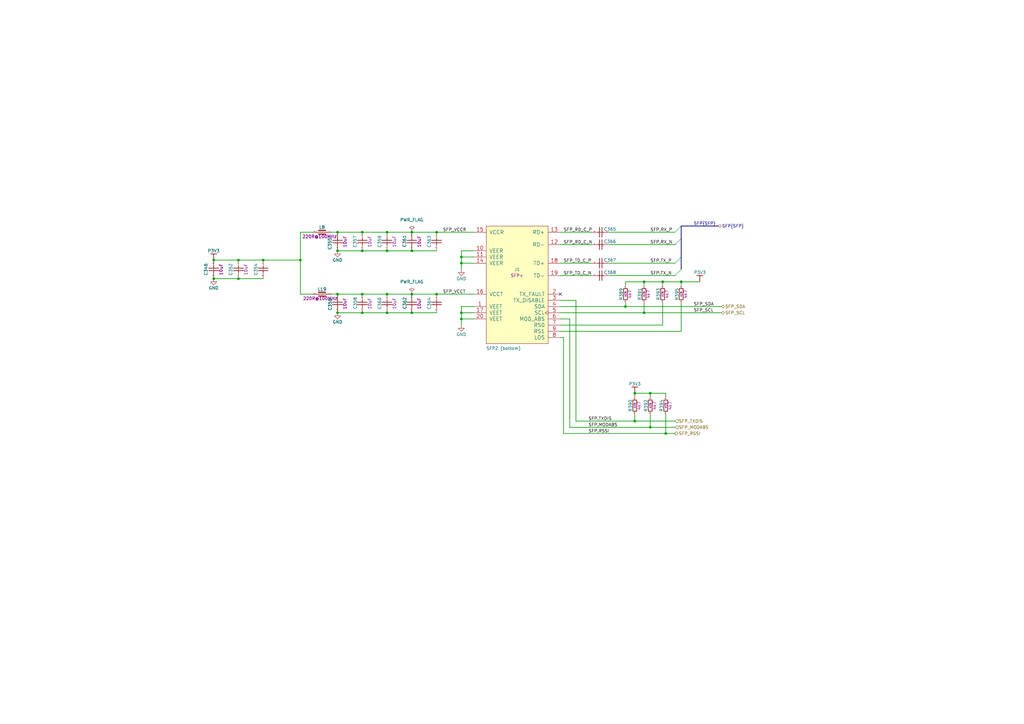
<source format=kicad_sch>
(kicad_sch (version 20250114) (generator "eeschema") (generator_version "9.0")
  (paper "A3")
  (title_block (title "SFP+ Cage") (rev "-"))
  (bus_alias "SFP" (members "TX_P" "TX_N" "RX_P" "RX_N"))
  (junction (at 87.63 106.68))
  (junction (at 87.63 114.3))
  (junction (at 256.54 125.73))
  (junction (at 138.43 95.25))
  (junction (at 179.07 120.65))
  (junction (at 264.16 115.57))
  (junction (at 168.91 95.25))
  (junction (at 189.23 130.81))
  (junction (at 264.16 128.27))
  (junction (at 168.91 102.87))
  (junction (at 97.79 114.3))
  (junction (at 168.91 128.27))
  (junction (at 279.4 115.57))
  (junction (at 138.43 102.87))
  (junction (at 273.05 177.8))
  (junction (at 158.75 102.87))
  (junction (at 148.59 120.65))
  (junction (at 97.79 106.68))
  (junction (at 179.07 95.25))
  (junction (at 123.19 106.68))
  (junction (at 148.59 102.87))
  (junction (at 189.23 128.27))
  (junction (at 189.23 107.95))
  (junction (at 107.95 106.68))
  (junction (at 260.35 172.72))
  (junction (at 189.23 105.41))
  (junction (at 148.59 95.25))
  (junction (at 260.35 161.29))
  (junction (at 271.78 115.57))
  (junction (at 138.43 120.65))
  (junction (at 158.75 120.65))
  (junction (at 266.7 161.29))
  (junction (at 158.75 95.25))
  (junction (at 266.7 175.26))
  (junction (at 148.59 128.27))
  (junction (at 158.75 128.27))
  (junction (at 138.43 128.27))
  (junction (at 168.91 120.65))
  (no_connect (at 229.87 120.65))
  (bus_entry (at 279.4 110.49) (size -2.54 2.54))
  (bus_entry (at 279.4 97.79) (size -2.54 2.54))
  (bus_entry (at 279.4 105.41) (size -2.54 2.54))
  (bus_entry (at 279.4 92.71) (size -2.54 2.54))
  (wire (pts (xy 242.57 107.95) (xy 229.87 107.95)) (stroke (width 0.254)))
  (wire (pts (xy 158.75 95.25) (xy 168.91 95.25)) (stroke (width 0.254)))
  (wire (pts (xy 260.35 161.29) (xy 260.35 162.56)) (stroke (width 0.254)))
  (wire (pts (xy 250.19 107.95) (xy 276.86 107.95)) (stroke (width 0.254)))
  (wire (pts (xy 148.59 102.87) (xy 138.43 102.87)) (stroke (width 0.254)))
  (wire (pts (xy 266.7 161.29) (xy 273.05 161.29)) (stroke (width 0.254)))
  (wire (pts (xy 279.4 135.89) (xy 279.4 124.46)) (stroke (width 0.254)))
  (wire (pts (xy 97.79 114.3) (xy 107.95 114.3)) (stroke (width 0.254)))
  (wire (pts (xy 256.54 124.46) (xy 256.54 125.73)) (stroke (width 0.254)))
  (wire (pts (xy 273.05 177.8) (xy 276.86 177.8)) (stroke (width 0.254)))
  (wire (pts (xy 189.23 128.27) (xy 189.23 130.81)) (stroke (width 0.254)))
  (wire (pts (xy 148.59 120.65) (xy 158.75 120.65)) (stroke (width 0.254)))
  (wire (pts (xy 123.19 120.65) (xy 128.27 120.65)) (stroke (width 0.254)))
  (wire (pts (xy 260.35 170.18) (xy 260.35 172.72)) (stroke (width 0.254)))
  (wire (pts (xy 229.87 135.89) (xy 279.4 135.89)) (stroke (width 0.254)))
  (wire (pts (xy 260.35 161.29) (xy 266.7 161.29)) (stroke (width 0.254)))
  (wire (pts (xy 271.78 115.57) (xy 264.16 115.57)) (stroke (width 0.254)))
  (wire (pts (xy 229.87 123.19) (xy 236.22 123.19)) (stroke (width 0.254)))
  (wire (pts (xy 250.19 113.03) (xy 276.86 113.03)) (stroke (width 0.254)))
  (wire (pts (xy 194.31 128.27) (xy 189.23 128.27)) (stroke (width 0.254)))
  (wire (pts (xy 279.4 115.57) (xy 271.78 115.57)) (stroke (width 0.254)))
  (wire (pts (xy 87.63 106.68) (xy 97.79 106.68)) (stroke (width 0.254)))
  (wire (pts (xy 264.16 115.57) (xy 256.54 115.57)) (stroke (width 0.254)))
  (wire (pts (xy 135.89 120.65) (xy 138.43 120.65)) (stroke (width 0.254)))
  (wire (pts (xy 264.16 124.46) (xy 264.16 128.27)) (stroke (width 0.254)))
  (wire (pts (xy 194.31 102.87) (xy 189.23 102.87)) (stroke (width 0.254)))
  (wire (pts (xy 233.68 175.26) (xy 266.7 175.26)) (stroke (width 0.254)))
  (wire (pts (xy 250.19 95.25) (xy 276.86 95.25)) (stroke (width 0.254)))
  (wire (pts (xy 107.95 106.68) (xy 123.19 106.68)) (stroke (width 0.254)))
  (wire (pts (xy 279.4 115.57) (xy 287.02 115.57)) (stroke (width 0.254)))
  (wire (pts (xy 189.23 105.41) (xy 189.23 107.95)) (stroke (width 0.254)))
  (wire (pts (xy 179.07 120.65) (xy 194.31 120.65)) (stroke (width 0.254)))
  (wire (pts (xy 194.31 107.95) (xy 189.23 107.95)) (stroke (width 0.254)))
  (wire (pts (xy 236.22 172.72) (xy 260.35 172.72)) (stroke (width 0.254)))
  (wire (pts (xy 229.87 95.25) (xy 242.57 95.25)) (stroke (width 0.254)))
  (wire (pts (xy 271.78 115.57) (xy 271.78 116.84)) (stroke (width 0.254)))
  (wire (pts (xy 229.87 113.03) (xy 242.57 113.03)) (stroke (width 0.254)))
  (wire (pts (xy 135.89 95.25) (xy 138.43 95.25)) (stroke (width 0.254)))
  (wire (pts (xy 194.31 105.41) (xy 189.23 105.41)) (stroke (width 0.254)))
  (wire (pts (xy 194.31 130.81) (xy 189.23 130.81)) (stroke (width 0.254)))
  (wire (pts (xy 273.05 161.29) (xy 273.05 162.56)) (stroke (width 0.254)))
  (wire (pts (xy 168.91 102.87) (xy 158.75 102.87)) (stroke (width 0.254)))
  (wire (pts (xy 231.14 177.8) (xy 273.05 177.8)) (stroke (width 0.254)))
  (wire (pts (xy 266.7 175.26) (xy 276.86 175.26)) (stroke (width 0.254)))
  (wire (pts (xy 158.75 102.87) (xy 148.59 102.87)) (stroke (width 0.254)))
  (wire (pts (xy 264.16 128.27) (xy 295.91 128.27)) (stroke (width 0.254)))
  (wire (pts (xy 158.75 120.65) (xy 168.91 120.65)) (stroke (width 0.254)))
  (wire (pts (xy 229.87 125.73) (xy 256.54 125.73)) (stroke (width 0.254)))
  (wire (pts (xy 158.75 128.27) (xy 168.91 128.27)) (stroke (width 0.254)))
  (wire (pts (xy 148.59 95.25) (xy 158.75 95.25)) (stroke (width 0.254)))
  (wire (pts (xy 256.54 115.57) (xy 256.54 116.84)) (stroke (width 0.254)))
  (bus (pts (xy 279.4 92.71) (xy 294.64 92.71)))
  (wire (pts (xy 250.19 100.33) (xy 276.86 100.33)) (stroke (width 0.254)))
  (wire (pts (xy 256.54 125.73) (xy 295.91 125.73)) (stroke (width 0.254)))
  (wire (pts (xy 168.91 128.27) (xy 179.07 128.27)) (stroke (width 0.254)))
  (wire (pts (xy 229.87 130.81) (xy 233.68 130.81)) (stroke (width 0.254)))
  (wire (pts (xy 271.78 133.35) (xy 271.78 124.46)) (stroke (width 0.254)))
  (wire (pts (xy 266.7 161.29) (xy 266.7 162.56)) (stroke (width 0.254)))
  (wire (pts (xy 148.59 128.27) (xy 158.75 128.27)) (stroke (width 0.254)))
  (wire (pts (xy 236.22 123.19) (xy 236.22 172.72)) (stroke (width 0.254)))
  (wire (pts (xy 189.23 102.87) (xy 189.23 105.41)) (stroke (width 0.254)))
  (bus (pts (xy 279.4 97.79) (xy 279.4 92.71)))
  (wire (pts (xy 229.87 100.33) (xy 242.57 100.33)) (stroke (width 0.254)))
  (wire (pts (xy 128.27 95.25) (xy 123.19 95.25)) (stroke (width 0.254)))
  (wire (pts (xy 189.23 125.73) (xy 189.23 128.27)) (stroke (width 0.254)))
  (wire (pts (xy 168.91 120.65) (xy 179.07 120.65)) (stroke (width 0.254)))
  (wire (pts (xy 138.43 95.25) (xy 148.59 95.25)) (stroke (width 0.254)))
  (wire (pts (xy 266.7 170.18) (xy 266.7 175.26)) (stroke (width 0.254)))
  (wire (pts (xy 260.35 172.72) (xy 276.86 172.72)) (stroke (width 0.254)))
  (wire (pts (xy 189.23 107.95) (xy 189.23 110.49)) (stroke (width 0.254)))
  (wire (pts (xy 229.87 128.27) (xy 264.16 128.27)) (stroke (width 0.254)))
  (wire (pts (xy 194.31 125.73) (xy 189.23 125.73)) (stroke (width 0.254)))
  (wire (pts (xy 233.68 130.81) (xy 233.68 175.26)) (stroke (width 0.254)))
  (wire (pts (xy 279.4 116.84) (xy 279.4 115.57)) (stroke (width 0.254)))
  (wire (pts (xy 123.19 95.25) (xy 123.19 106.68)) (stroke (width 0.254)))
  (wire (pts (xy 229.87 133.35) (xy 271.78 133.35)) (stroke (width 0.254)))
  (wire (pts (xy 97.79 106.68) (xy 107.95 106.68)) (stroke (width 0.254)))
  (wire (pts (xy 138.43 120.65) (xy 148.59 120.65)) (stroke (width 0.254)))
  (wire (pts (xy 123.19 106.68) (xy 123.19 120.65)) (stroke (width 0.254)))
  (wire (pts (xy 273.05 170.18) (xy 273.05 177.8)) (stroke (width 0.254)))
  (wire (pts (xy 194.31 95.25) (xy 179.07 95.25)) (stroke (width 0.254)))
  (bus (pts (xy 279.4 105.41) (xy 279.4 97.79)))
  (wire (pts (xy 189.23 130.81) (xy 189.23 133.35)) (stroke (width 0.254)))
  (wire (pts (xy 168.91 95.25) (xy 179.07 95.25)) (stroke (width 0.254)))
  (wire (pts (xy 179.07 102.87) (xy 168.91 102.87)) (stroke (width 0.254)))
  (wire (pts (xy 231.14 138.43) (xy 231.14 177.8)) (stroke (width 0.254)))
  (wire (pts (xy 138.43 128.27) (xy 148.59 128.27)) (stroke (width 0.254)))
  (wire (pts (xy 87.63 114.3) (xy 97.79 114.3)) (stroke (width 0.254)))
  (wire (pts (xy 229.87 138.43) (xy 231.14 138.43)) (stroke (width 0.254)))
  (bus (pts (xy 279.4 110.49) (xy 279.4 105.41)))
  (wire (pts (xy 264.16 115.57) (xy 264.16 116.84)) (stroke (width 0.254)))
  (label "SFP{SFP}" (at 284.48 92.71 0))
  (label "SFP.RX_N" (at 266.7 100.33 0))
  (label "SFP.TX_N" (at 266.7 113.03 0))
  (label "SFP.TX_P" (at 266.7 107.95 0))
  (label "SFP_SDA" (at 284.48 125.73 0))
  (label "SFP_VCCT" (at 181.61 120.65 0))
  (label "SFP.RX_P" (at 266.7 95.25 0))
  (label "SFP_RD_C_P" (at 231.14 95.25 0))
  (label "SFP_TD_C_N" (at 231.14 113.03 0))
  (label "SFP_RD_C_N" (at 231.14 100.33 0))
  (label "SFP.TXDIS" (at 241.3 172.72 0))
  (label "SFP_VCCR" (at 181.61 95.25 0))
  (label "SFP_TD_C_P" (at 231.14 107.95 0))
  (label "SFP.RSSI" (at 241.3 177.8 0))
  (label "SFP_SCL" (at 284.48 128.27 0))
  (label "SFP.MODABS" (at 241.3 175.26 0))
  (hierarchical_label "SFP_TXDIS" (shape input) (at 276.86 172.72 0))
  (hierarchical_label "SFP_MODABS" (shape input) (at 276.86 175.26 0))
  (hierarchical_label "SFP_RSSI" (shape output) (at 276.86 177.8 0))
  (hierarchical_label "SFP_SDA" (shape bidirectional) (at 295.91 125.73 0))
  (hierarchical_label "SFP_SCL" (shape bidirectional) (at 295.91 128.27 0))
  (hierarchical_label "SFP{SFP}" (shape bidirectional) (at 294.64 92.71 0))
  (symbol (lib_id "power:PWR_FLAG") (at 168.91 120.65 0) (unit 1)
    (property "Reference" "#FLG013" (effects (hide yes)))
    (property "Value" "PWR_FLAG" (at 168.91 115.57 0))
    (property "Description" "general power-flag symbol" (effects (hide yes)))
    (instances (project "vme-wren" (path "" (reference "#FLG014") (unit 1)) (path "" (reference "#FLG013") (unit 1))))
  )
  (symbol (lib_id "TYCO:TYCO_1888247-1") (at 199.39 92.71 0) (unit 1)
    (property "Reference" "J5" (at 212.09 110.49 0))
    (property "Value" "SFP2 (bottom)" (at 199.39 142.875 0) (effects (justify left)))
    (property "Footprint" "TYCO SMD:TYCO_1888247-1" (effects (hide yes)))
    (property "SMD" "Yes" (effects (hide yes)))
    (property "SCEM" " " (effects (hide yes)))
    (property "Family" "SFP+" (at 212.09 113.03 0))
    (property "Part Number" "TYCO_1888247-1" (effects (hide yes)))
    (property "Library Ref" "SFP+x1" (effects (hide yes)))
    (property "Library Path" "SchLib\\Connectors.SchLib" (effects (hide yes)))
    (property "Comment" " " (effects (hide yes)))
    (property "Component Kind" "Standard" (effects (hide yes)))
    (property "Component Type" "Standard" (effects (hide yes)))
    (property "PackageDescription" " " (effects (hide yes)))
    (property "Pin Count" "20" (effects (hide yes)))
    (property "Case" " " (effects (hide yes)))
    (property "Footprint Path" "PcbLib\\TYCO SMD.PcbLib" (effects (hide yes)))
    (property "Footprint Ref" "TYCO_1888247-1" (effects (hide yes)))
    (property "Mounted" "Yes" (effects (hide yes)))
    (property "Socket" "No" (effects (hide yes)))
    (property "PressFit" "No" (effects (hide yes)))
    (property "Sense" "No" (effects (hide yes)))
    (property "Sense Comment" " " (effects (hide yes)))
    (property "Status" "None" (effects (hide yes)))
    (property "Status Comment" " " (effects (hide yes)))
    (property "Device" " " (effects (hide yes)))
    (property "Part Description" "20 Position, Pitch 0.8mm SFP+ Receptacle (Small Form-factor Pluggable)" (effects (hide yes)))
    (property "Manufacturer" "TYCO ELECTRONICS" (effects (hide yes)))
    (property "Manufacturer Part Number" "1888247-1" (effects (hide yes)))
    (property "ComponentHeight" "5.4mm" (effects (hide yes)))
    (property "ComponentLink1URL" " " (effects (hide yes)))
    (property "ComponentLink1Description" " " (effects (hide yes)))
    (property "ComponentLink2URL" " " (effects (hide yes)))
    (property "ComponentLink2Description" " " (effects (hide yes)))
    (property "Author" "CERN DEM JLC" (effects (hide yes)))
    (property "CreateDate" "02/27/12 00:00:00" (effects (hide yes)))
    (property "LatestRevisionDate" "02/27/12 00:00:00" (effects (hide yes)))
    (property "Database Table Name" "Connectors" (effects (hide yes)))
    (property "Library Name" "TYCO" (effects (hide yes)))
    (property "Footprint Library" "TYCO SMD" (effects (hide yes)))
    (property "License" "CC-BY-SA 4.0" (effects (hide yes)))
    (instances (project "vme-wren" (path "" (reference "J1") (unit 1)) (path "" (reference "J5") (unit 1))))
  )
  (symbol (lib_id "Capacitors SMD:CC0402_10UF_6.3V_20%_X5R") (at 168.91 128.27 90) (unit 1)
    (property "Reference" "C102" (at 165.989 124.333 0))
    (property "Value" "CC0402_10UF_6.3V_20%_X5R" (effects (hide yes)))
    (property "Footprint" "Capacitors SMD:CAPC1005X70N" (effects (hide yes)))
    (property "SMD" "Yes" (effects (hide yes)))
    (property "Val" "10uF" (at 171.958 124.46 0))
    (property "Part Number" "CC0402_10UF_6.3V_20%_X5R" (effects (hide yes)))
    (property "Library Ref" "Capacitor - non polarized" (effects (hide yes)))
    (property "Library Path" "SchLib\\Capacitors.SchLib" (effects (hide yes)))
    (property "Comment" "10uF" (effects (hide yes)))
    (property "Component Kind" "Standard" (effects (hide yes)))
    (property "Component Type" "Standard" (effects (hide yes)))
    (property "Pin Count" "2" (effects (hide yes)))
    (property "Footprint Path" "PcbLib\\Capacitors SMD.PcbLib" (effects (hide yes)))
    (property "Footprint Ref" "CAPC1005X70N" (effects (hide yes)))
    (property "PackageDescription" " " (effects (hide yes)))
    (property "Status" "Preferred" (effects (hide yes)))
    (property "Status Comment" " " (effects (hide yes)))
    (property "Voltage" "6.3V" (effects (hide yes)))
    (property "Tolerance" "±10%" (effects (hide yes)))
    (property "Part Description" "SMD Multilayer Chip Ceramic Capacitor" (effects (hide yes)))
    (property "Manufacturer" "GENERIC" (effects (hide yes)))
    (property "Manufacturer Part Number" "CC0402_10UF_6.3V_20%_X5R" (effects (hide yes)))
    (property "Case" "0402" (effects (hide yes)))
    (property "Mounted" "Yes" (effects (hide yes)))
    (property "Socket" "No" (effects (hide yes)))
    (property "PressFit" " " (effects (hide yes)))
    (property "Sense" "No" (effects (hide yes)))
    (property "Sense Comment" " " (effects (hide yes)))
    (property "ComponentHeight" " " (effects (hide yes)))
    (property "Manufacturer1 Example" "TDK" (effects (hide yes)))
    (property "Manufacturer1 Part Number" "C1005X5R0J106M050" (effects (hide yes)))
    (property "Manufacturer1 ComponentHeight" "0.70mm" (effects (hide yes)))
    (property "Author" "CERN DEM JLC" (effects (hide yes)))
    (property "CreateDate" "01/07/15 00:00:00" (effects (hide yes)))
    (property "LatestRevisionDate" "01/07/15 00:00:00" (effects (hide yes)))
    (property "Database Table Name" "Capacitors" (effects (hide yes)))
    (property "Library Name" "Capacitors SMD" (effects (hide yes)))
    (property "Footprint Library" "Capacitors SMD" (effects (hide yes)))
    (property "License" "CC-BY-SA 4.0" (effects (hide yes)))
    (instances (project "vme-wren" (path "" (reference "C362") (unit 1)) (path "" (reference "C102") (unit 1))))
  )
  (symbol (lib_id "vme-wren:P3V3") (at 287.02 115.57 180) (unit 1)
    (property "Reference" "#PWR0405" (effects (hide yes)))
    (property "Value" "P3V3" (at 287.02 111.76 0))
    (instances (project "vme-wren" (path "" (reference "#PWR0657") (unit 1)) (path "" (reference "#PWR0405") (unit 1))))
  )
  (symbol (lib_name "R0402_4K7_1%_0.0625W_100PPM_1") (lib_id "Resistors SMD:R0402_4K7_1%_0.0625W_100PPM") (at 264.16 124.46 90) (unit 1)
    (property "Reference" "R31" (at 262.382 120.65 0))
    (property "Value" "R0402_4K7_1%_0.0625W_100PPM" (effects (hide yes)))
    (property "Footprint" "Resistors SMD:RESC1005X40N" (effects (hide yes)))
    (property "SMD" "Yes" (effects (hide yes)))
    (property "Tolerance" "±1%" (at 264.16 120.65 0) (effects (font (size 0.635 0.635))))
    (property "Val" "4k7" (at 265.938 120.65 0))
    (property "Part Number" "R0402_4K7_1%_0.0625W_100PPM" (effects (hide yes)))
    (property "Library Ref" "Resistor - 1%" (effects (hide yes)))
    (property "Library Path" "SchLib\\Resistors.SchLib" (effects (hide yes)))
    (property "Comment" "4k7" (effects (hide yes)))
    (property "Component Kind" "Standard" (effects (hide yes)))
    (property "Component Type" "Standard" (effects (hide yes)))
    (property "PackageDescription" " " (effects (hide yes)))
    (property "Pin Count" "2" (effects (hide yes)))
    (property "Footprint Path" "PcbLib\\Resistors SMD.PcbLib" (effects (hide yes)))
    (property "Footprint Ref" "RESC1005X40N" (effects (hide yes)))
    (property "Status" "Not Recommended" (effects (hide yes)))
    (property "Power" "0.0625W" (effects (hide yes)))
    (property "Voltage" " " (effects (hide yes)))
    (property "Part Description" "General Purpose Thick Film Chip Resistor" (effects (hide yes)))
    (property "Manufacturer" "GENERIC" (effects (hide yes)))
    (property "Manufacturer Part Number" "R0402_4K7_1%_0.0625W_100PPM" (effects (hide yes)))
    (property "Case" "0402" (effects (hide yes)))
    (property "PressFit" "No" (effects (hide yes)))
    (property "Mounted" "Yes" (effects (hide yes)))
    (property "Sense Comment" " " (effects (hide yes)))
    (property "Sense" "No" (effects (hide yes)))
    (property "Status Comment" " " (effects (hide yes)))
    (property "Socket" "No" (effects (hide yes)))
    (property "ComponentHeight" " " (effects (hide yes)))
    (property "Manufacturer1 Example" "YAGEO PHYCOMP" (effects (hide yes)))
    (property "Manufacturer1 Part Number" "232270674702L" (effects (hide yes)))
    (property "Manufacturer1 ComponentHeight" "0.4mm" (effects (hide yes)))
    (property "Author" "CERN DEM JLC" (effects (hide yes)))
    (property "CreateDate" "12/03/07 00:00:00" (effects (hide yes)))
    (property "LatestRevisionDate" "10/17/12 00:00:00" (effects (hide yes)))
    (property "Database Table Name" "Resistors" (effects (hide yes)))
    (property "Library Name" "Resistors SMD" (effects (hide yes)))
    (property "Footprint Library" "Resistors SMD" (effects (hide yes)))
    (property "License" "CC-BY-SA 4.0" (effects (hide yes)))
    (instances (project "vme-wren" (path "" (reference "R391") (unit 1)) (path "" (reference "R31") (unit 1))))
  )
  (symbol (lib_id "power:GND") (at 189.23 110.49 0) (unit 1)
    (property "Reference" "#PWR0409" (effects (hide yes)))
    (property "Value" "GND" (at 189.23 114.3 0))
    (property "Description" "GROUND power-flag symbol" (effects (hide yes)))
    (instances (project "vme-wren" (path "" (reference "#PWR0651") (unit 1)) (path "" (reference "#PWR0409") (unit 1))))
  )
  (symbol (lib_id "Inductors SMD:IND0805_MURATA_BLM21PG221SN1D") (at 135.89 95.25 0) (mirror y) (unit 1)
    (property "Reference" "L3" (at 132.08 93.218 0))
    (property "Value" "IND0805_MURATA_BLM21PG221SN1D" (effects (hide yes)))
    (property "Footprint" "Inductors SMD:INDC2012X105N" (effects (hide yes)))
    (property "SMD" "Yes" (effects (hide yes)))
    (property "Val" "220R@100MHz" (at 131.064 97.028 0))
    (property "Part Number" "IND0805_MURATA_BLM21PG221SN1D" (effects (hide yes)))
    (property "Library Ref" "Ferrite Bead" (effects (hide yes)))
    (property "Library Path" "SchLib\\Inductors & Transformers.SchLib" (effects (hide yes)))
    (property "Comment" "220R@100MHz" (effects (hide yes)))
    (property "Component Kind" "Standard" (effects (hide yes)))
    (property "Component Type" "Standard" (effects (hide yes)))
    (property "PackageDescription" " " (effects (hide yes)))
    (property "Pin Count" "2" (effects (hide yes)))
    (property "Footprint Path" "PcbLib\\Inductors SMD.PcbLib" (effects (hide yes)))
    (property "Footprint Ref" "INDC2012X105N" (effects (hide yes)))
    (property "Status" " " (effects (hide yes)))
    (property "Power" "2A" (effects (hide yes)))
    (property "Resistance" "0.05R" (effects (hide yes)))
    (property "Tolerance" "±25%" (effects (hide yes)))
    (property "Part Description" "SMD EMIFIL Suppression Chip Ferrite Bead" (effects (hide yes)))
    (property "Manufacturer" "MURATA" (effects (hide yes)))
    (property "Manufacturer Part Number" "BLM21PG221SN1D" (effects (hide yes)))
    (property "Case" "0805" (effects (hide yes)))
    (property "Mounted" "Yes" (effects (hide yes)))
    (property "Socket" "No" (effects (hide yes)))
    (property "Sense Comment" " " (effects (hide yes)))
    (property "Sense" "No" (effects (hide yes)))
    (property "Status Comment" " " (effects (hide yes)))
    (property "ComponentHeight" "1.05mm" (effects (hide yes)))
    (property "Author" "CERN DEM JLC" (effects (hide yes)))
    (property "CreateDate" "01/25/10 00:00:00" (effects (hide yes)))
    (property "LatestRevisionDate" "10/25/18 00:00:00" (effects (hide yes)))
    (property "Database Table Name" "Inductors & Transformers" (effects (hide yes)))
    (property "Library Name" "Inductors SMD" (effects (hide yes)))
    (property "Footprint Library" "Inductors SMD" (effects (hide yes)))
    (property "License" "CC-BY-SA 4.0" (effects (hide yes)))
    (instances (project "vme-wren" (path "" (reference "L8") (unit 1)) (path "" (reference "L3") (unit 1))))
  )
  (symbol (lib_id "Capacitors SMD:CC0402_10UF_6.3V_20%_X5R") (at 158.75 102.87 90) (unit 1)
    (property "Reference" "C3" (at 155.702 99.06 0))
    (property "Value" "CC0402_10UF_6.3V_20%_X5R" (effects (hide yes)))
    (property "Footprint" "Capacitors SMD:CAPC1005X70N" (effects (hide yes)))
    (property "SMD" "Yes" (effects (hide yes)))
    (property "Val" "10uF" (at 161.798 99.06 0))
    (property "Part Number" "CC0402_10UF_6.3V_20%_X5R" (effects (hide yes)))
    (property "Library Ref" "Capacitor - non polarized" (effects (hide yes)))
    (property "Library Path" "SchLib\\Capacitors.SchLib" (effects (hide yes)))
    (property "Comment" "10uF" (effects (hide yes)))
    (property "Component Kind" "Standard" (effects (hide yes)))
    (property "Component Type" "Standard" (effects (hide yes)))
    (property "Pin Count" "2" (effects (hide yes)))
    (property "Footprint Path" "PcbLib\\Capacitors SMD.PcbLib" (effects (hide yes)))
    (property "Footprint Ref" "CAPC1005X70N" (effects (hide yes)))
    (property "PackageDescription" " " (effects (hide yes)))
    (property "Status" "Preferred" (effects (hide yes)))
    (property "Status Comment" " " (effects (hide yes)))
    (property "Voltage" "6.3V" (effects (hide yes)))
    (property "Tolerance" "±10%" (effects (hide yes)))
    (property "Part Description" "SMD Multilayer Chip Ceramic Capacitor" (effects (hide yes)))
    (property "Manufacturer" "GENERIC" (effects (hide yes)))
    (property "Manufacturer Part Number" "CC0402_10UF_6.3V_20%_X5R" (effects (hide yes)))
    (property "Case" "0402" (effects (hide yes)))
    (property "Mounted" "Yes" (effects (hide yes)))
    (property "Socket" "No" (effects (hide yes)))
    (property "PressFit" " " (effects (hide yes)))
    (property "Sense" "No" (effects (hide yes)))
    (property "Sense Comment" " " (effects (hide yes)))
    (property "ComponentHeight" " " (effects (hide yes)))
    (property "Manufacturer1 Example" "TDK" (effects (hide yes)))
    (property "Manufacturer1 Part Number" "C1005X5R0J106M050" (effects (hide yes)))
    (property "Manufacturer1 ComponentHeight" "0.70mm" (effects (hide yes)))
    (property "Author" "CERN DEM JLC" (effects (hide yes)))
    (property "CreateDate" "01/07/15 00:00:00" (effects (hide yes)))
    (property "LatestRevisionDate" "01/07/15 00:00:00" (effects (hide yes)))
    (property "Database Table Name" "Capacitors" (effects (hide yes)))
    (property "Library Name" "Capacitors SMD" (effects (hide yes)))
    (property "Footprint Library" "Capacitors SMD" (effects (hide yes)))
    (property "License" "CC-BY-SA 4.0" (effects (hide yes)))
    (instances (project "vme-wren" (path "" (reference "C359") (unit 1)) (path "" (reference "C3") (unit 1))))
  )
  (symbol (lib_id "power:PWR_FLAG") (at 168.91 95.25 0) (unit 1)
    (property "Reference" "#FLG015" (effects (hide yes)))
    (property "Value" "PWR_FLAG" (at 168.91 90.17 0))
    (property "Description" "general power-flag symbol" (effects (hide yes)))
    (instances (project "vme-wren" (path "" (reference "#FLG016") (unit 1)) (path "" (reference "#FLG015") (unit 1))))
  )
  (symbol (lib_name "R0402_4K7_1%_0.0625W_100PPM_2") (lib_id "Resistors SMD:R0402_4K7_1%_0.0625W_100PPM") (at 273.05 170.18 90) (unit 1)
    (property "Reference" "R19" (at 271.272 166.37 0))
    (property "Value" "R0402_4K7_1%_0.0625W_100PPM" (effects (hide yes)))
    (property "Footprint" "Resistors SMD:RESC1005X40N" (effects (hide yes)))
    (property "SMD" "Yes" (effects (hide yes)))
    (property "Tolerance" "±1%" (at 273.05 166.37 0) (effects (font (size 0.635 0.635))))
    (property "Val" "4k7" (at 274.828 166.37 0))
    (property "Part Number" "R0402_4K7_1%_0.0625W_100PPM" (effects (hide yes)))
    (property "Library Ref" "Resistor - 1%" (effects (hide yes)))
    (property "Library Path" "SchLib\\Resistors.SchLib" (effects (hide yes)))
    (property "Comment" "4k7" (effects (hide yes)))
    (property "Component Kind" "Standard" (effects (hide yes)))
    (property "Component Type" "Standard" (effects (hide yes)))
    (property "PackageDescription" " " (effects (hide yes)))
    (property "Pin Count" "2" (effects (hide yes)))
    (property "Footprint Path" "PcbLib\\Resistors SMD.PcbLib" (effects (hide yes)))
    (property "Footprint Ref" "RESC1005X40N" (effects (hide yes)))
    (property "Status" "Not Recommended" (effects (hide yes)))
    (property "Power" "0.0625W" (effects (hide yes)))
    (property "Voltage" " " (effects (hide yes)))
    (property "Part Description" "General Purpose Thick Film Chip Resistor" (effects (hide yes)))
    (property "Manufacturer" "GENERIC" (effects (hide yes)))
    (property "Manufacturer Part Number" "R0402_4K7_1%_0.0625W_100PPM" (effects (hide yes)))
    (property "Case" "0402" (effects (hide yes)))
    (property "PressFit" "No" (effects (hide yes)))
    (property "Mounted" "Yes" (effects (hide yes)))
    (property "Sense Comment" " " (effects (hide yes)))
    (property "Sense" "No" (effects (hide yes)))
    (property "Status Comment" " " (effects (hide yes)))
    (property "Socket" "No" (effects (hide yes)))
    (property "ComponentHeight" " " (effects (hide yes)))
    (property "Manufacturer1 Example" "YAGEO PHYCOMP" (effects (hide yes)))
    (property "Manufacturer1 Part Number" "232270674702L" (effects (hide yes)))
    (property "Manufacturer1 ComponentHeight" "0.4mm" (effects (hide yes)))
    (property "Author" "CERN DEM JLC" (effects (hide yes)))
    (property "CreateDate" "12/03/07 00:00:00" (effects (hide yes)))
    (property "LatestRevisionDate" "10/17/12 00:00:00" (effects (hide yes)))
    (property "Database Table Name" "Resistors" (effects (hide yes)))
    (property "Library Name" "Resistors SMD" (effects (hide yes)))
    (property "Footprint Library" "Resistors SMD" (effects (hide yes)))
    (property "License" "CC-BY-SA 4.0" (effects (hide yes)))
    (instances (project "vme-wren" (path "" (reference "R394") (unit 1)) (path "" (reference "R19") (unit 1))))
  )
  (symbol (lib_id "power:GND") (at 87.63 114.3 0) (unit 1)
    (property "Reference" "#PWR0411" (effects (hide yes)))
    (property "Value" "GND" (at 87.63 118.11 0))
    (property "Description" "GROUND power-flag symbol" (effects (hide yes)))
    (instances (project "vme-wren" (path "" (reference "#PWR0634") (unit 1)) (path "" (reference "#PWR0411") (unit 1))))
  )
  (symbol (lib_id "vme-wren:P3V3") (at 260.35 161.29 180) (unit 1)
    (property "Reference" "#PWR0406" (effects (hide yes)))
    (property "Value" "P3V3" (at 260.35 157.48 0))
    (instances (project "vme-wren" (path "" (reference "#PWR0656") (unit 1)) (path "" (reference "#PWR0406") (unit 1))))
  )
  (symbol (lib_id "Capacitors SMD:CC0402_100NF_16V_10%_X7R") (at 107.95 106.68 270) (unit 1)
    (property "Reference" "C8" (at 104.902 110.49 0))
    (property "Value" "CC0402_100NF_16V_10%_X7R" (effects (hide yes)))
    (property "Footprint" "Capacitors SMD:CAPC1005X55N" (effects (hide yes)))
    (property "Description" "100nF" (effects (hide yes)))
    (property "SMD" "Yes" (effects (hide yes)))
    (property "Part Number" "CC0402_100NF_16V_10%_X7R" (effects (hide yes)))
    (property "Library Ref" "Capacitor - non polarized" (effects (hide yes)))
    (property "Library Path" "SchLib\\Capacitors.SchLib" (effects (hide yes)))
    (property "Comment" "100nF" (effects (hide yes)))
    (property "Component Kind" "Standard" (effects (hide yes)))
    (property "Component Type" "Standard" (effects (hide yes)))
    (property "Pin Count" "2" (effects (hide yes)))
    (property "Footprint Path" "PcbLib\\Capacitors SMD.PcbLib" (effects (hide yes)))
    (property "Footprint Ref" "CAPC1005X55N" (effects (hide yes)))
    (property "PackageDescription" " " (effects (hide yes)))
    (property "Status" "Not Recommended" (effects (hide yes)))
    (property "Status Comment" " " (effects (hide yes)))
    (property "Voltage" "16V" (effects (hide yes)))
    (property "Tolerance" "±10%" (effects (hide yes)))
    (property "Part Description" "SMD Multilayer Chip Ceramic Capacitor" (effects (hide yes)))
    (property "Manufacturer" "GENERIC" (effects (hide yes)))
    (property "Manufacturer Part Number" "CC0402_100NF_16V_10%_X7R" (effects (hide yes)))
    (property "Case" "0402" (effects (hide yes)))
    (property "Mounted" "Yes" (effects (hide yes)))
    (property "Socket" "No" (effects (hide yes)))
    (property "PressFit" " " (effects (hide yes)))
    (property "Sense" "No" (effects (hide yes)))
    (property "Sense Comment" " " (effects (hide yes)))
    (property "ComponentHeight" " " (effects (hide yes)))
    (property "Manufacturer1 Example" "MURATA" (effects (hide yes)))
    (property "Manufacturer1 Part Number" "GRM155R71C104KA88D" (effects (hide yes)))
    (property "Manufacturer1 ComponentHeight" "0.55mm" (effects (hide yes)))
    (property "Author" "CERN DEM JLC" (effects (hide yes)))
    (property "CreateDate" "12/05/13 00:00:00" (effects (hide yes)))
    (property "LatestRevisionDate" "12/03/07 00:00:00" (effects (hide yes)))
    (property "Database Table Name" "Capacitors" (effects (hide yes)))
    (property "Library Name" "Capacitors SMD" (effects (hide yes)))
    (property "Footprint Library" "Capacitors SMD" (effects (hide yes)))
    (property "License" "CC-BY-SA 4.0" (effects (hide yes)))
    (instances (project "vme-wren" (path "" (reference "C354") (unit 1)) (path "" (reference "C8") (unit 1))))
  )
  (symbol (lib_id "power:GND") (at 189.23 133.35 0) (unit 1)
    (property "Reference" "#PWR0410" (effects (hide yes)))
    (property "Value" "GND" (at 189.23 137.16 0))
    (property "Description" "GROUND power-flag symbol" (effects (hide yes)))
    (instances (project "vme-wren" (path "" (reference "#PWR0652") (unit 1)) (path "" (reference "#PWR0410") (unit 1))))
  )
  (symbol (lib_id "Capacitors SMD:CC0402_100NF_16V_10%_X7R") (at 250.19 107.95 0) (mirror y) (unit 1)
    (property "Reference" "C64" (at 250.19 106.68 0))
    (property "Value" "CC0402_100NF_16V_10%_X7R" (effects (hide yes)))
    (property "Footprint" "Capacitors SMD:CAPC1005X55N" (effects (hide yes)))
    (property "Description" "100nF" (effects (hide yes)))
    (property "SMD" "Yes" (effects (hide yes)))
    (property "Part Number" "CC0402_100NF_16V_10%_X7R" (effects (hide yes)))
    (property "Library Ref" "Capacitor - non polarized" (effects (hide yes)))
    (property "Library Path" "SchLib\\Capacitors.SchLib" (effects (hide yes)))
    (property "Comment" "100nF" (effects (hide yes)))
    (property "Component Kind" "Standard" (effects (hide yes)))
    (property "Component Type" "Standard" (effects (hide yes)))
    (property "Pin Count" "2" (effects (hide yes)))
    (property "Footprint Path" "PcbLib\\Capacitors SMD.PcbLib" (effects (hide yes)))
    (property "Footprint Ref" "CAPC1005X55N" (effects (hide yes)))
    (property "PackageDescription" " " (effects (hide yes)))
    (property "Status" "Not Recommended" (effects (hide yes)))
    (property "Status Comment" " " (effects (hide yes)))
    (property "Voltage" "16V" (effects (hide yes)))
    (property "Tolerance" "±10%" (effects (hide yes)))
    (property "Part Description" "SMD Multilayer Chip Ceramic Capacitor" (effects (hide yes)))
    (property "Manufacturer" "GENERIC" (effects (hide yes)))
    (property "Manufacturer Part Number" "CC0402_100NF_16V_10%_X7R" (effects (hide yes)))
    (property "Case" "0402" (effects (hide yes)))
    (property "Mounted" "Yes" (effects (hide yes)))
    (property "Socket" "No" (effects (hide yes)))
    (property "PressFit" " " (effects (hide yes)))
    (property "Sense" "No" (effects (hide yes)))
    (property "Sense Comment" " " (effects (hide yes)))
    (property "ComponentHeight" " " (effects (hide yes)))
    (property "Manufacturer1 Example" "MURATA" (effects (hide yes)))
    (property "Manufacturer1 Part Number" "GRM155R71C104KA88D" (effects (hide yes)))
    (property "Manufacturer1 ComponentHeight" "0.55mm" (effects (hide yes)))
    (property "Author" "CERN DEM JLC" (effects (hide yes)))
    (property "CreateDate" "12/05/13 00:00:00" (effects (hide yes)))
    (property "LatestRevisionDate" "12/03/07 00:00:00" (effects (hide yes)))
    (property "Database Table Name" "Capacitors" (effects (hide yes)))
    (property "Library Name" "Capacitors SMD" (effects (hide yes)))
    (property "Footprint Library" "Capacitors SMD" (effects (hide yes)))
    (property "License" "CC-BY-SA 4.0" (effects (hide yes)))
    (instances (project "vme-wren" (path "" (reference "C367") (unit 1)) (path "" (reference "C64") (unit 1))))
  )
  (symbol (lib_id "Capacitors SMD:CC0402_10UF_6.3V_20%_X5R") (at 138.43 102.87 90) (unit 1)
    (property "Reference" "C12" (at 135.255 99.949 0))
    (property "Value" "CC0402_10UF_6.3V_20%_X5R" (effects (hide yes)))
    (property "Footprint" "Capacitors SMD:CAPC1005X70N" (effects (hide yes)))
    (property "SMD" "Yes" (effects (hide yes)))
    (property "Val" "10uF" (at 141.478 99.06 0))
    (property "Part Number" "CC0402_10UF_6.3V_20%_X5R" (effects (hide yes)))
    (property "Library Ref" "Capacitor - non polarized" (effects (hide yes)))
    (property "Library Path" "SchLib\\Capacitors.SchLib" (effects (hide yes)))
    (property "Comment" "10uF" (effects (hide yes)))
    (property "Component Kind" "Standard" (effects (hide yes)))
    (property "Component Type" "Standard" (effects (hide yes)))
    (property "Pin Count" "2" (effects (hide yes)))
    (property "Footprint Path" "PcbLib\\Capacitors SMD.PcbLib" (effects (hide yes)))
    (property "Footprint Ref" "CAPC1005X70N" (effects (hide yes)))
    (property "PackageDescription" " " (effects (hide yes)))
    (property "Status" "Preferred" (effects (hide yes)))
    (property "Status Comment" " " (effects (hide yes)))
    (property "Voltage" "6.3V" (effects (hide yes)))
    (property "Tolerance" "±10%" (effects (hide yes)))
    (property "Part Description" "SMD Multilayer Chip Ceramic Capacitor" (effects (hide yes)))
    (property "Manufacturer" "GENERIC" (effects (hide yes)))
    (property "Manufacturer Part Number" "CC0402_10UF_6.3V_20%_X5R" (effects (hide yes)))
    (property "Case" "0402" (effects (hide yes)))
    (property "Mounted" "Yes" (effects (hide yes)))
    (property "Socket" "No" (effects (hide yes)))
    (property "PressFit" " " (effects (hide yes)))
    (property "Sense" "No" (effects (hide yes)))
    (property "Sense Comment" " " (effects (hide yes)))
    (property "ComponentHeight" " " (effects (hide yes)))
    (property "Manufacturer1 Example" "TDK" (effects (hide yes)))
    (property "Manufacturer1 Part Number" "C1005X5R0J106M050" (effects (hide yes)))
    (property "Manufacturer1 ComponentHeight" "0.70mm" (effects (hide yes)))
    (property "Author" "CERN DEM JLC" (effects (hide yes)))
    (property "CreateDate" "01/07/15 00:00:00" (effects (hide yes)))
    (property "LatestRevisionDate" "01/07/15 00:00:00" (effects (hide yes)))
    (property "Database Table Name" "Capacitors" (effects (hide yes)))
    (property "Library Name" "Capacitors SMD" (effects (hide yes)))
    (property "Footprint Library" "Capacitors SMD" (effects (hide yes)))
    (property "License" "CC-BY-SA 4.0" (effects (hide yes)))
    (instances (project "vme-wren" (path "" (reference "C355") (unit 1)) (path "" (reference "C12") (unit 1))))
  )
  (symbol (lib_id "Capacitors SMD:CC0402_10UF_6.3V_20%_X5R") (at 87.63 114.3 90) (unit 1)
    (property "Reference" "C6" (at 84.455 110.49 0))
    (property "Value" "CC0402_10UF_6.3V_20%_X5R" (effects (hide yes)))
    (property "Footprint" "Capacitors SMD:CAPC1005X70N" (effects (hide yes)))
    (property "SMD" "Yes" (effects (hide yes)))
    (property "Val" "10uF" (at 90.678 110.49 0))
    (property "Part Number" "CC0402_10UF_6.3V_20%_X5R" (effects (hide yes)))
    (property "Library Ref" "Capacitor - non polarized" (effects (hide yes)))
    (property "Library Path" "SchLib\\Capacitors.SchLib" (effects (hide yes)))
    (property "Comment" "10uF" (effects (hide yes)))
    (property "Component Kind" "Standard" (effects (hide yes)))
    (property "Component Type" "Standard" (effects (hide yes)))
    (property "Pin Count" "2" (effects (hide yes)))
    (property "Footprint Path" "PcbLib\\Capacitors SMD.PcbLib" (effects (hide yes)))
    (property "Footprint Ref" "CAPC1005X70N" (effects (hide yes)))
    (property "PackageDescription" " " (effects (hide yes)))
    (property "Status" "Preferred" (effects (hide yes)))
    (property "Status Comment" " " (effects (hide yes)))
    (property "Voltage" "6.3V" (effects (hide yes)))
    (property "Tolerance" "±10%" (effects (hide yes)))
    (property "Part Description" "SMD Multilayer Chip Ceramic Capacitor" (effects (hide yes)))
    (property "Manufacturer" "GENERIC" (effects (hide yes)))
    (property "Manufacturer Part Number" "CC0402_10UF_6.3V_20%_X5R" (effects (hide yes)))
    (property "Case" "0402" (effects (hide yes)))
    (property "Mounted" "Yes" (effects (hide yes)))
    (property "Socket" "No" (effects (hide yes)))
    (property "PressFit" " " (effects (hide yes)))
    (property "Sense" "No" (effects (hide yes)))
    (property "Sense Comment" " " (effects (hide yes)))
    (property "ComponentHeight" " " (effects (hide yes)))
    (property "Manufacturer1 Example" "TDK" (effects (hide yes)))
    (property "Manufacturer1 Part Number" "C1005X5R0J106M050" (effects (hide yes)))
    (property "Manufacturer1 ComponentHeight" "0.70mm" (effects (hide yes)))
    (property "Author" "CERN DEM JLC" (effects (hide yes)))
    (property "CreateDate" "01/07/15 00:00:00" (effects (hide yes)))
    (property "LatestRevisionDate" "01/07/15 00:00:00" (effects (hide yes)))
    (property "Database Table Name" "Capacitors" (effects (hide yes)))
    (property "Library Name" "Capacitors SMD" (effects (hide yes)))
    (property "Footprint Library" "Capacitors SMD" (effects (hide yes)))
    (property "License" "CC-BY-SA 4.0" (effects (hide yes)))
    (instances (project "vme-wren" (path "" (reference "C346") (unit 1)) (path "" (reference "C6") (unit 1))))
  )
  (symbol (lib_id "Capacitors SMD:CC0402_100NF_16V_10%_X7R") (at 250.19 100.33 0) (mirror y) (unit 1)
    (property "Reference" "C61" (at 250.19 99.06 0))
    (property "Value" "CC0402_100NF_16V_10%_X7R" (effects (hide yes)))
    (property "Footprint" "Capacitors SMD:CAPC1005X55N" (effects (hide yes)))
    (property "Description" "100nF" (effects (hide yes)))
    (property "SMD" "Yes" (effects (hide yes)))
    (property "Part Number" "CC0402_100NF_16V_10%_X7R" (effects (hide yes)))
    (property "Library Ref" "Capacitor - non polarized" (effects (hide yes)))
    (property "Library Path" "SchLib\\Capacitors.SchLib" (effects (hide yes)))
    (property "Comment" "100nF" (effects (hide yes)))
    (property "Component Kind" "Standard" (effects (hide yes)))
    (property "Component Type" "Standard" (effects (hide yes)))
    (property "Pin Count" "2" (effects (hide yes)))
    (property "Footprint Path" "PcbLib\\Capacitors SMD.PcbLib" (effects (hide yes)))
    (property "Footprint Ref" "CAPC1005X55N" (effects (hide yes)))
    (property "PackageDescription" " " (effects (hide yes)))
    (property "Status" "Not Recommended" (effects (hide yes)))
    (property "Status Comment" " " (effects (hide yes)))
    (property "Voltage" "16V" (effects (hide yes)))
    (property "Tolerance" "±10%" (effects (hide yes)))
    (property "Part Description" "SMD Multilayer Chip Ceramic Capacitor" (effects (hide yes)))
    (property "Manufacturer" "GENERIC" (effects (hide yes)))
    (property "Manufacturer Part Number" "CC0402_100NF_16V_10%_X7R" (effects (hide yes)))
    (property "Case" "0402" (effects (hide yes)))
    (property "Mounted" "Yes" (effects (hide yes)))
    (property "Socket" "No" (effects (hide yes)))
    (property "PressFit" " " (effects (hide yes)))
    (property "Sense" "No" (effects (hide yes)))
    (property "Sense Comment" " " (effects (hide yes)))
    (property "ComponentHeight" " " (effects (hide yes)))
    (property "Manufacturer1 Example" "MURATA" (effects (hide yes)))
    (property "Manufacturer1 Part Number" "GRM155R71C104KA88D" (effects (hide yes)))
    (property "Manufacturer1 ComponentHeight" "0.55mm" (effects (hide yes)))
    (property "Author" "CERN DEM JLC" (effects (hide yes)))
    (property "CreateDate" "12/05/13 00:00:00" (effects (hide yes)))
    (property "LatestRevisionDate" "12/03/07 00:00:00" (effects (hide yes)))
    (property "Database Table Name" "Capacitors" (effects (hide yes)))
    (property "Library Name" "Capacitors SMD" (effects (hide yes)))
    (property "Footprint Library" "Capacitors SMD" (effects (hide yes)))
    (property "License" "CC-BY-SA 4.0" (effects (hide yes)))
    (instances (project "vme-wren" (path "" (reference "C366") (unit 1)) (path "" (reference "C61") (unit 1))))
  )
  (symbol (lib_id "Resistors SMD:R0402_4K7_1%_0.0625W_100PPM") (at 260.35 170.18 90) (unit 1)
    (property "Reference" "R254" (at 258.572 166.37 0))
    (property "Value" "R0402_4K7_1%_0.0625W_100PPM" (effects (hide yes)))
    (property "Footprint" "Resistors SMD:RESC1005X40N" (effects (hide yes)))
    (property "SMD" "Yes" (effects (hide yes)))
    (property "Tolerance" "±1%" (at 260.35 166.37 0) (effects (font (size 0.635 0.635))))
    (property "Val" "4k7" (at 262.128 166.37 0))
    (property "Part Number" "R0402_4K7_1%_0.0625W_100PPM" (effects (hide yes)))
    (property "Library Ref" "Resistor - 1%" (effects (hide yes)))
    (property "Library Path" "SchLib\\Resistors.SchLib" (effects (hide yes)))
    (property "Comment" "4k7" (effects (hide yes)))
    (property "Component Kind" "Standard" (effects (hide yes)))
    (property "Component Type" "Standard" (effects (hide yes)))
    (property "PackageDescription" " " (effects (hide yes)))
    (property "Pin Count" "2" (effects (hide yes)))
    (property "Footprint Path" "PcbLib\\Resistors SMD.PcbLib" (effects (hide yes)))
    (property "Footprint Ref" "RESC1005X40N" (effects (hide yes)))
    (property "Status" "Not Recommended" (effects (hide yes)))
    (property "Power" "0.0625W" (effects (hide yes)))
    (property "Voltage" " " (effects (hide yes)))
    (property "Part Description" "General Purpose Thick Film Chip Resistor" (effects (hide yes)))
    (property "Manufacturer" "GENERIC" (effects (hide yes)))
    (property "Manufacturer Part Number" "R0402_4K7_1%_0.0625W_100PPM" (effects (hide yes)))
    (property "Case" "0402" (effects (hide yes)))
    (property "PressFit" "No" (effects (hide yes)))
    (property "Mounted" "Yes" (effects (hide yes)))
    (property "Sense Comment" " " (effects (hide yes)))
    (property "Sense" "No" (effects (hide yes)))
    (property "Status Comment" " " (effects (hide yes)))
    (property "Socket" "No" (effects (hide yes)))
    (property "ComponentHeight" " " (effects (hide yes)))
    (property "Manufacturer1 Example" "YAGEO PHYCOMP" (effects (hide yes)))
    (property "Manufacturer1 Part Number" "232270674702L" (effects (hide yes)))
    (property "Manufacturer1 ComponentHeight" "0.4mm" (effects (hide yes)))
    (property "Author" "CERN DEM JLC" (effects (hide yes)))
    (property "CreateDate" "12/03/07 00:00:00" (effects (hide yes)))
    (property "LatestRevisionDate" "10/17/12 00:00:00" (effects (hide yes)))
    (property "Database Table Name" "Resistors" (effects (hide yes)))
    (property "Library Name" "Resistors SMD" (effects (hide yes)))
    (property "Footprint Library" "Resistors SMD" (effects (hide yes)))
    (property "License" "CC-BY-SA 4.0" (effects (hide yes)))
    (instances (project "vme-wren" (path "" (reference "R390") (unit 1)) (path "" (reference "R254") (unit 1))))
  )
  (symbol (lib_id "Capacitors SMD:CC0402_100NF_16V_10%_X7R") (at 250.19 113.03 0) (mirror y) (unit 1)
    (property "Reference" "C89" (at 250.19 111.76 0))
    (property "Value" "CC0402_100NF_16V_10%_X7R" (effects (hide yes)))
    (property "Footprint" "Capacitors SMD:CAPC1005X55N" (effects (hide yes)))
    (property "Description" "100nF" (effects (hide yes)))
    (property "SMD" "Yes" (effects (hide yes)))
    (property "Part Number" "CC0402_100NF_16V_10%_X7R" (effects (hide yes)))
    (property "Library Ref" "Capacitor - non polarized" (effects (hide yes)))
    (property "Library Path" "SchLib\\Capacitors.SchLib" (effects (hide yes)))
    (property "Comment" "100nF" (effects (hide yes)))
    (property "Component Kind" "Standard" (effects (hide yes)))
    (property "Component Type" "Standard" (effects (hide yes)))
    (property "Pin Count" "2" (effects (hide yes)))
    (property "Footprint Path" "PcbLib\\Capacitors SMD.PcbLib" (effects (hide yes)))
    (property "Footprint Ref" "CAPC1005X55N" (effects (hide yes)))
    (property "PackageDescription" " " (effects (hide yes)))
    (property "Status" "Not Recommended" (effects (hide yes)))
    (property "Status Comment" " " (effects (hide yes)))
    (property "Voltage" "16V" (effects (hide yes)))
    (property "Tolerance" "±10%" (effects (hide yes)))
    (property "Part Description" "SMD Multilayer Chip Ceramic Capacitor" (effects (hide yes)))
    (property "Manufacturer" "GENERIC" (effects (hide yes)))
    (property "Manufacturer Part Number" "CC0402_100NF_16V_10%_X7R" (effects (hide yes)))
    (property "Case" "0402" (effects (hide yes)))
    (property "Mounted" "Yes" (effects (hide yes)))
    (property "Socket" "No" (effects (hide yes)))
    (property "PressFit" " " (effects (hide yes)))
    (property "Sense" "No" (effects (hide yes)))
    (property "Sense Comment" " " (effects (hide yes)))
    (property "ComponentHeight" " " (effects (hide yes)))
    (property "Manufacturer1 Example" "MURATA" (effects (hide yes)))
    (property "Manufacturer1 Part Number" "GRM155R71C104KA88D" (effects (hide yes)))
    (property "Manufacturer1 ComponentHeight" "0.55mm" (effects (hide yes)))
    (property "Author" "CERN DEM JLC" (effects (hide yes)))
    (property "CreateDate" "12/05/13 00:00:00" (effects (hide yes)))
    (property "LatestRevisionDate" "12/03/07 00:00:00" (effects (hide yes)))
    (property "Database Table Name" "Capacitors" (effects (hide yes)))
    (property "Library Name" "Capacitors SMD" (effects (hide yes)))
    (property "Footprint Library" "Capacitors SMD" (effects (hide yes)))
    (property "License" "CC-BY-SA 4.0" (effects (hide yes)))
    (instances (project "vme-wren" (path "" (reference "C368") (unit 1)) (path "" (reference "C89") (unit 1))))
  )
  (symbol (lib_id "Capacitors SMD:CC0402_100NF_16V_10%_X7R") (at 179.07 95.25 270) (unit 1)
    (property "Reference" "C5" (at 176.022 99.06 0))
    (property "Value" "CC0402_100NF_16V_10%_X7R" (effects (hide yes)))
    (property "Footprint" "Capacitors SMD:CAPC1005X55N" (effects (hide yes)))
    (property "Description" "100nF" (effects (hide yes)))
    (property "SMD" "Yes" (effects (hide yes)))
    (property "Part Number" "CC0402_100NF_16V_10%_X7R" (effects (hide yes)))
    (property "Library Ref" "Capacitor - non polarized" (effects (hide yes)))
    (property "Library Path" "SchLib\\Capacitors.SchLib" (effects (hide yes)))
    (property "Comment" "100nF" (effects (hide yes)))
    (property "Component Kind" "Standard" (effects (hide yes)))
    (property "Component Type" "Standard" (effects (hide yes)))
    (property "Pin Count" "2" (effects (hide yes)))
    (property "Footprint Path" "PcbLib\\Capacitors SMD.PcbLib" (effects (hide yes)))
    (property "Footprint Ref" "CAPC1005X55N" (effects (hide yes)))
    (property "PackageDescription" " " (effects (hide yes)))
    (property "Status" "Not Recommended" (effects (hide yes)))
    (property "Status Comment" " " (effects (hide yes)))
    (property "Voltage" "16V" (effects (hide yes)))
    (property "Tolerance" "±10%" (effects (hide yes)))
    (property "Part Description" "SMD Multilayer Chip Ceramic Capacitor" (effects (hide yes)))
    (property "Manufacturer" "GENERIC" (effects (hide yes)))
    (property "Manufacturer Part Number" "CC0402_100NF_16V_10%_X7R" (effects (hide yes)))
    (property "Case" "0402" (effects (hide yes)))
    (property "Mounted" "Yes" (effects (hide yes)))
    (property "Socket" "No" (effects (hide yes)))
    (property "PressFit" " " (effects (hide yes)))
    (property "Sense" "No" (effects (hide yes)))
    (property "Sense Comment" " " (effects (hide yes)))
    (property "ComponentHeight" " " (effects (hide yes)))
    (property "Manufacturer1 Example" "MURATA" (effects (hide yes)))
    (property "Manufacturer1 Part Number" "GRM155R71C104KA88D" (effects (hide yes)))
    (property "Manufacturer1 ComponentHeight" "0.55mm" (effects (hide yes)))
    (property "Author" "CERN DEM JLC" (effects (hide yes)))
    (property "CreateDate" "12/05/13 00:00:00" (effects (hide yes)))
    (property "LatestRevisionDate" "12/03/07 00:00:00" (effects (hide yes)))
    (property "Database Table Name" "Capacitors" (effects (hide yes)))
    (property "Library Name" "Capacitors SMD" (effects (hide yes)))
    (property "Footprint Library" "Capacitors SMD" (effects (hide yes)))
    (property "License" "CC-BY-SA 4.0" (effects (hide yes)))
    (instances (project "vme-wren" (path "" (reference "C363") (unit 1)) (path "" (reference "C5") (unit 1))))
  )
  (symbol (lib_name "R0402_4K7_1%_0.0625W_100PPM_5") (lib_id "Resistors SMD:R0402_4K7_1%_0.0625W_100PPM") (at 271.78 124.46 90) (unit 1)
    (property "Reference" "R18" (at 270.002 120.65 0))
    (property "Value" "R0402_4K7_1%_0.0625W_100PPM" (effects (hide yes)))
    (property "Footprint" "Resistors SMD:RESC1005X40N" (effects (hide yes)))
    (property "SMD" "Yes" (effects (hide yes)))
    (property "Tolerance" "±1%" (at 271.78 120.65 0) (effects (font (size 0.635 0.635))))
    (property "Val" "4k7" (at 273.558 120.65 0))
    (property "Part Number" "R0402_4K7_1%_0.0625W_100PPM" (effects (hide yes)))
    (property "Library Ref" "Resistor - 1%" (effects (hide yes)))
    (property "Library Path" "SchLib\\Resistors.SchLib" (effects (hide yes)))
    (property "Comment" "4k7" (effects (hide yes)))
    (property "Component Kind" "Standard" (effects (hide yes)))
    (property "Component Type" "Standard" (effects (hide yes)))
    (property "PackageDescription" " " (effects (hide yes)))
    (property "Pin Count" "2" (effects (hide yes)))
    (property "Footprint Path" "PcbLib\\Resistors SMD.PcbLib" (effects (hide yes)))
    (property "Footprint Ref" "RESC1005X40N" (effects (hide yes)))
    (property "Status" "Not Recommended" (effects (hide yes)))
    (property "Power" "0.0625W" (effects (hide yes)))
    (property "Voltage" " " (effects (hide yes)))
    (property "Part Description" "General Purpose Thick Film Chip Resistor" (effects (hide yes)))
    (property "Manufacturer" "GENERIC" (effects (hide yes)))
    (property "Manufacturer Part Number" "R0402_4K7_1%_0.0625W_100PPM" (effects (hide yes)))
    (property "Case" "0402" (effects (hide yes)))
    (property "PressFit" "No" (effects (hide yes)))
    (property "Mounted" "Yes" (effects (hide yes)))
    (property "Sense Comment" " " (effects (hide yes)))
    (property "Sense" "No" (effects (hide yes)))
    (property "Status Comment" " " (effects (hide yes)))
    (property "Socket" "No" (effects (hide yes)))
    (property "ComponentHeight" " " (effects (hide yes)))
    (property "Manufacturer1 Example" "YAGEO PHYCOMP" (effects (hide yes)))
    (property "Manufacturer1 Part Number" "232270674702L" (effects (hide yes)))
    (property "Manufacturer1 ComponentHeight" "0.4mm" (effects (hide yes)))
    (property "Author" "CERN DEM JLC" (effects (hide yes)))
    (property "CreateDate" "12/03/07 00:00:00" (effects (hide yes)))
    (property "LatestRevisionDate" "10/17/12 00:00:00" (effects (hide yes)))
    (property "Database Table Name" "Resistors" (effects (hide yes)))
    (property "Library Name" "Resistors SMD" (effects (hide yes)))
    (property "Footprint Library" "Resistors SMD" (effects (hide yes)))
    (property "License" "CC-BY-SA 4.0" (effects (hide yes)))
    (instances (project "vme-wren" (path "" (reference "R393") (unit 1)) (path "" (reference "R18") (unit 1))))
  )
  (symbol (lib_id "Capacitors SMD:CC0402_100NF_16V_10%_X7R") (at 179.07 120.65 270) (unit 1)
    (property "Reference" "C103" (at 176.022 124.46 0))
    (property "Value" "CC0402_100NF_16V_10%_X7R" (effects (hide yes)))
    (property "Footprint" "Capacitors SMD:CAPC1005X55N" (effects (hide yes)))
    (property "Description" "100nF" (effects (hide yes)))
    (property "SMD" "Yes" (effects (hide yes)))
    (property "Part Number" "CC0402_100NF_16V_10%_X7R" (effects (hide yes)))
    (property "Library Ref" "Capacitor - non polarized" (effects (hide yes)))
    (property "Library Path" "SchLib\\Capacitors.SchLib" (effects (hide yes)))
    (property "Comment" "100nF" (effects (hide yes)))
    (property "Component Kind" "Standard" (effects (hide yes)))
    (property "Component Type" "Standard" (effects (hide yes)))
    (property "Pin Count" "2" (effects (hide yes)))
    (property "Footprint Path" "PcbLib\\Capacitors SMD.PcbLib" (effects (hide yes)))
    (property "Footprint Ref" "CAPC1005X55N" (effects (hide yes)))
    (property "PackageDescription" " " (effects (hide yes)))
    (property "Status" "Not Recommended" (effects (hide yes)))
    (property "Status Comment" " " (effects (hide yes)))
    (property "Voltage" "16V" (effects (hide yes)))
    (property "Tolerance" "±10%" (effects (hide yes)))
    (property "Part Description" "SMD Multilayer Chip Ceramic Capacitor" (effects (hide yes)))
    (property "Manufacturer" "GENERIC" (effects (hide yes)))
    (property "Manufacturer Part Number" "CC0402_100NF_16V_10%_X7R" (effects (hide yes)))
    (property "Case" "0402" (effects (hide yes)))
    (property "Mounted" "Yes" (effects (hide yes)))
    (property "Socket" "No" (effects (hide yes)))
    (property "PressFit" " " (effects (hide yes)))
    (property "Sense" "No" (effects (hide yes)))
    (property "Sense Comment" " " (effects (hide yes)))
    (property "ComponentHeight" " " (effects (hide yes)))
    (property "Manufacturer1 Example" "MURATA" (effects (hide yes)))
    (property "Manufacturer1 Part Number" "GRM155R71C104KA88D" (effects (hide yes)))
    (property "Manufacturer1 ComponentHeight" "0.55mm" (effects (hide yes)))
    (property "Author" "CERN DEM JLC" (effects (hide yes)))
    (property "CreateDate" "12/05/13 00:00:00" (effects (hide yes)))
    (property "LatestRevisionDate" "12/03/07 00:00:00" (effects (hide yes)))
    (property "Database Table Name" "Capacitors" (effects (hide yes)))
    (property "Library Name" "Capacitors SMD" (effects (hide yes)))
    (property "Footprint Library" "Capacitors SMD" (effects (hide yes)))
    (property "License" "CC-BY-SA 4.0" (effects (hide yes)))
    (instances (project "vme-wren" (path "" (reference "C364") (unit 1)) (path "" (reference "C103") (unit 1))))
  )
  (symbol (lib_name "R0402_4K7_1%_0.0625W_100PPM_3") (lib_id "Resistors SMD:R0402_4K7_1%_0.0625W_100PPM") (at 279.4 124.46 90) (unit 1)
    (property "Reference" "R17" (at 277.622 120.65 0))
    (property "Value" "R0402_4K7_1%_0.0625W_100PPM" (effects (hide yes)))
    (property "Footprint" "Resistors SMD:RESC1005X40N" (effects (hide yes)))
    (property "SMD" "Yes" (effects (hide yes)))
    (property "Tolerance" "±1%" (at 279.4 120.65 0) (effects (font (size 0.635 0.635))))
    (property "Val" "4k7" (at 281.178 120.65 0))
    (property "Part Number" "R0402_4K7_1%_0.0625W_100PPM" (effects (hide yes)))
    (property "Library Ref" "Resistor - 1%" (effects (hide yes)))
    (property "Library Path" "SchLib\\Resistors.SchLib" (effects (hide yes)))
    (property "Comment" "4k7" (effects (hide yes)))
    (property "Component Kind" "Standard" (effects (hide yes)))
    (property "Component Type" "Standard" (effects (hide yes)))
    (property "PackageDescription" " " (effects (hide yes)))
    (property "Pin Count" "2" (effects (hide yes)))
    (property "Footprint Path" "PcbLib\\Resistors SMD.PcbLib" (effects (hide yes)))
    (property "Footprint Ref" "RESC1005X40N" (effects (hide yes)))
    (property "Status" "Not Recommended" (effects (hide yes)))
    (property "Power" "0.0625W" (effects (hide yes)))
    (property "Voltage" " " (effects (hide yes)))
    (property "Part Description" "General Purpose Thick Film Chip Resistor" (effects (hide yes)))
    (property "Manufacturer" "GENERIC" (effects (hide yes)))
    (property "Manufacturer Part Number" "R0402_4K7_1%_0.0625W_100PPM" (effects (hide yes)))
    (property "Case" "0402" (effects (hide yes)))
    (property "PressFit" "No" (effects (hide yes)))
    (property "Mounted" "Yes" (effects (hide yes)))
    (property "Sense Comment" " " (effects (hide yes)))
    (property "Sense" "No" (effects (hide yes)))
    (property "Status Comment" " " (effects (hide yes)))
    (property "Socket" "No" (effects (hide yes)))
    (property "ComponentHeight" " " (effects (hide yes)))
    (property "Manufacturer1 Example" "YAGEO PHYCOMP" (effects (hide yes)))
    (property "Manufacturer1 Part Number" "232270674702L" (effects (hide yes)))
    (property "Manufacturer1 ComponentHeight" "0.4mm" (effects (hide yes)))
    (property "Author" "CERN DEM JLC" (effects (hide yes)))
    (property "CreateDate" "12/03/07 00:00:00" (effects (hide yes)))
    (property "LatestRevisionDate" "10/17/12 00:00:00" (effects (hide yes)))
    (property "Database Table Name" "Resistors" (effects (hide yes)))
    (property "Library Name" "Resistors SMD" (effects (hide yes)))
    (property "Footprint Library" "Resistors SMD" (effects (hide yes)))
    (property "License" "CC-BY-SA 4.0" (effects (hide yes)))
    (instances (project "vme-wren" (path "" (reference "R395") (unit 1)) (path "" (reference "R17") (unit 1))))
  )
  (symbol (lib_id "Capacitors SMD:CC0402_10UF_6.3V_20%_X5R") (at 158.75 128.27 90) (unit 1)
    (property "Reference" "C11" (at 155.702 124.46 0))
    (property "Value" "CC0402_10UF_6.3V_20%_X5R" (effects (hide yes)))
    (property "Footprint" "Capacitors SMD:CAPC1005X70N" (effects (hide yes)))
    (property "SMD" "Yes" (effects (hide yes)))
    (property "Val" "10uF" (at 161.798 124.46 0))
    (property "Part Number" "CC0402_10UF_6.3V_20%_X5R" (effects (hide yes)))
    (property "Library Ref" "Capacitor - non polarized" (effects (hide yes)))
    (property "Library Path" "SchLib\\Capacitors.SchLib" (effects (hide yes)))
    (property "Comment" "10uF" (effects (hide yes)))
    (property "Component Kind" "Standard" (effects (hide yes)))
    (property "Component Type" "Standard" (effects (hide yes)))
    (property "Pin Count" "2" (effects (hide yes)))
    (property "Footprint Path" "PcbLib\\Capacitors SMD.PcbLib" (effects (hide yes)))
    (property "Footprint Ref" "CAPC1005X70N" (effects (hide yes)))
    (property "PackageDescription" " " (effects (hide yes)))
    (property "Status" "Preferred" (effects (hide yes)))
    (property "Status Comment" " " (effects (hide yes)))
    (property "Voltage" "6.3V" (effects (hide yes)))
    (property "Tolerance" "±10%" (effects (hide yes)))
    (property "Part Description" "SMD Multilayer Chip Ceramic Capacitor" (effects (hide yes)))
    (property "Manufacturer" "GENERIC" (effects (hide yes)))
    (property "Manufacturer Part Number" "CC0402_10UF_6.3V_20%_X5R" (effects (hide yes)))
    (property "Case" "0402" (effects (hide yes)))
    (property "Mounted" "Yes" (effects (hide yes)))
    (property "Socket" "No" (effects (hide yes)))
    (property "PressFit" " " (effects (hide yes)))
    (property "Sense" "No" (effects (hide yes)))
    (property "Sense Comment" " " (effects (hide yes)))
    (property "ComponentHeight" " " (effects (hide yes)))
    (property "Manufacturer1 Example" "TDK" (effects (hide yes)))
    (property "Manufacturer1 Part Number" "C1005X5R0J106M050" (effects (hide yes)))
    (property "Manufacturer1 ComponentHeight" "0.70mm" (effects (hide yes)))
    (property "Author" "CERN DEM JLC" (effects (hide yes)))
    (property "CreateDate" "01/07/15 00:00:00" (effects (hide yes)))
    (property "LatestRevisionDate" "01/07/15 00:00:00" (effects (hide yes)))
    (property "Database Table Name" "Capacitors" (effects (hide yes)))
    (property "Library Name" "Capacitors SMD" (effects (hide yes)))
    (property "Footprint Library" "Capacitors SMD" (effects (hide yes)))
    (property "License" "CC-BY-SA 4.0" (effects (hide yes)))
    (instances (project "vme-wren" (path "" (reference "C360") (unit 1)) (path "" (reference "C11") (unit 1))))
  )
  (symbol (lib_id "power:GND") (at 138.43 128.27 0) (unit 1)
    (property "Reference" "#PWR0412" (effects (hide yes)))
    (property "Value" "GND" (at 138.43 132.08 0))
    (property "Description" "GROUND power-flag symbol" (effects (hide yes)))
    (instances (project "vme-wren" (path "" (reference "#PWR0637") (unit 1)) (path "" (reference "#PWR0412") (unit 1))))
  )
  (symbol (lib_name "R0402_4K7_1%_0.0625W_100PPM_6") (lib_id "Resistors SMD:R0402_4K7_1%_0.0625W_100PPM") (at 256.54 124.46 90) (unit 1)
    (property "Reference" "R30" (at 254.762 120.65 0))
    (property "Value" "R0402_4K7_1%_0.0625W_100PPM" (effects (hide yes)))
    (property "Footprint" "Resistors SMD:RESC1005X40N" (effects (hide yes)))
    (property "SMD" "Yes" (effects (hide yes)))
    (property "Tolerance" "±1%" (at 256.54 120.65 0) (effects (font (size 0.635 0.635))))
    (property "Val" "4k7" (at 258.318 120.65 0))
    (property "Part Number" "R0402_4K7_1%_0.0625W_100PPM" (effects (hide yes)))
    (property "Library Ref" "Resistor - 1%" (effects (hide yes)))
    (property "Library Path" "SchLib\\Resistors.SchLib" (effects (hide yes)))
    (property "Comment" "4k7" (effects (hide yes)))
    (property "Component Kind" "Standard" (effects (hide yes)))
    (property "Component Type" "Standard" (effects (hide yes)))
    (property "PackageDescription" " " (effects (hide yes)))
    (property "Pin Count" "2" (effects (hide yes)))
    (property "Footprint Path" "PcbLib\\Resistors SMD.PcbLib" (effects (hide yes)))
    (property "Footprint Ref" "RESC1005X40N" (effects (hide yes)))
    (property "Status" "Not Recommended" (effects (hide yes)))
    (property "Power" "0.0625W" (effects (hide yes)))
    (property "Voltage" " " (effects (hide yes)))
    (property "Part Description" "General Purpose Thick Film Chip Resistor" (effects (hide yes)))
    (property "Manufacturer" "GENERIC" (effects (hide yes)))
    (property "Manufacturer Part Number" "R0402_4K7_1%_0.0625W_100PPM" (effects (hide yes)))
    (property "Case" "0402" (effects (hide yes)))
    (property "PressFit" "No" (effects (hide yes)))
    (property "Mounted" "Yes" (effects (hide yes)))
    (property "Sense Comment" " " (effects (hide yes)))
    (property "Sense" "No" (effects (hide yes)))
    (property "Status Comment" " " (effects (hide yes)))
    (property "Socket" "No" (effects (hide yes)))
    (property "ComponentHeight" " " (effects (hide yes)))
    (property "Manufacturer1 Example" "YAGEO PHYCOMP" (effects (hide yes)))
    (property "Manufacturer1 Part Number" "232270674702L" (effects (hide yes)))
    (property "Manufacturer1 ComponentHeight" "0.4mm" (effects (hide yes)))
    (property "Author" "CERN DEM JLC" (effects (hide yes)))
    (property "CreateDate" "12/03/07 00:00:00" (effects (hide yes)))
    (property "LatestRevisionDate" "10/17/12 00:00:00" (effects (hide yes)))
    (property "Database Table Name" "Resistors" (effects (hide yes)))
    (property "Library Name" "Resistors SMD" (effects (hide yes)))
    (property "Footprint Library" "Resistors SMD" (effects (hide yes)))
    (property "License" "CC-BY-SA 4.0" (effects (hide yes)))
    (instances (project "vme-wren" (path "" (reference "R389") (unit 1)) (path "" (reference "R30") (unit 1))))
  )
  (symbol (lib_id "Capacitors SMD:CC0402_10UF_6.3V_20%_X5R") (at 148.59 128.27 90) (unit 1)
    (property "Reference" "C10" (at 145.669 124.333 0))
    (property "Value" "CC0402_10UF_6.3V_20%_X5R" (effects (hide yes)))
    (property "Footprint" "Capacitors SMD:CAPC1005X70N" (effects (hide yes)))
    (property "SMD" "Yes" (effects (hide yes)))
    (property "Val" "10uF" (at 151.638 124.46 0))
    (property "Part Number" "CC0402_10UF_6.3V_20%_X5R" (effects (hide yes)))
    (property "Library Ref" "Capacitor - non polarized" (effects (hide yes)))
    (property "Library Path" "SchLib\\Capacitors.SchLib" (effects (hide yes)))
    (property "Comment" "10uF" (effects (hide yes)))
    (property "Component Kind" "Standard" (effects (hide yes)))
    (property "Component Type" "Standard" (effects (hide yes)))
    (property "Pin Count" "2" (effects (hide yes)))
    (property "Footprint Path" "PcbLib\\Capacitors SMD.PcbLib" (effects (hide yes)))
    (property "Footprint Ref" "CAPC1005X70N" (effects (hide yes)))
    (property "PackageDescription" " " (effects (hide yes)))
    (property "Status" "Preferred" (effects (hide yes)))
    (property "Status Comment" " " (effects (hide yes)))
    (property "Voltage" "6.3V" (effects (hide yes)))
    (property "Tolerance" "±10%" (effects (hide yes)))
    (property "Part Description" "SMD Multilayer Chip Ceramic Capacitor" (effects (hide yes)))
    (property "Manufacturer" "GENERIC" (effects (hide yes)))
    (property "Manufacturer Part Number" "CC0402_10UF_6.3V_20%_X5R" (effects (hide yes)))
    (property "Case" "0402" (effects (hide yes)))
    (property "Mounted" "Yes" (effects (hide yes)))
    (property "Socket" "No" (effects (hide yes)))
    (property "PressFit" " " (effects (hide yes)))
    (property "Sense" "No" (effects (hide yes)))
    (property "Sense Comment" " " (effects (hide yes)))
    (property "ComponentHeight" " " (effects (hide yes)))
    (property "Manufacturer1 Example" "TDK" (effects (hide yes)))
    (property "Manufacturer1 Part Number" "C1005X5R0J106M050" (effects (hide yes)))
    (property "Manufacturer1 ComponentHeight" "0.70mm" (effects (hide yes)))
    (property "Author" "CERN DEM JLC" (effects (hide yes)))
    (property "CreateDate" "01/07/15 00:00:00" (effects (hide yes)))
    (property "LatestRevisionDate" "01/07/15 00:00:00" (effects (hide yes)))
    (property "Database Table Name" "Capacitors" (effects (hide yes)))
    (property "Library Name" "Capacitors SMD" (effects (hide yes)))
    (property "Footprint Library" "Capacitors SMD" (effects (hide yes)))
    (property "License" "CC-BY-SA 4.0" (effects (hide yes)))
    (instances (project "vme-wren" (path "" (reference "C358") (unit 1)) (path "" (reference "C10") (unit 1))))
  )
  (symbol (lib_name "R0402_4K7_1%_0.0625W_100PPM_4") (lib_id "Resistors SMD:R0402_4K7_1%_0.0625W_100PPM") (at 266.7 170.18 90) (unit 1)
    (property "Reference" "R255" (at 264.922 166.37 0))
    (property "Value" "R0402_4K7_1%_0.0625W_100PPM" (effects (hide yes)))
    (property "Footprint" "Resistors SMD:RESC1005X40N" (effects (hide yes)))
    (property "SMD" "Yes" (effects (hide yes)))
    (property "Tolerance" "±1%" (at 266.7 166.37 0) (effects (font (size 0.635 0.635))))
    (property "Val" "4k7" (at 268.478 166.37 0))
    (property "Part Number" "R0402_4K7_1%_0.0625W_100PPM" (effects (hide yes)))
    (property "Library Ref" "Resistor - 1%" (effects (hide yes)))
    (property "Library Path" "SchLib\\Resistors.SchLib" (effects (hide yes)))
    (property "Comment" "4k7" (effects (hide yes)))
    (property "Component Kind" "Standard" (effects (hide yes)))
    (property "Component Type" "Standard" (effects (hide yes)))
    (property "PackageDescription" " " (effects (hide yes)))
    (property "Pin Count" "2" (effects (hide yes)))
    (property "Footprint Path" "PcbLib\\Resistors SMD.PcbLib" (effects (hide yes)))
    (property "Footprint Ref" "RESC1005X40N" (effects (hide yes)))
    (property "Status" "Not Recommended" (effects (hide yes)))
    (property "Power" "0.0625W" (effects (hide yes)))
    (property "Voltage" " " (effects (hide yes)))
    (property "Part Description" "General Purpose Thick Film Chip Resistor" (effects (hide yes)))
    (property "Manufacturer" "GENERIC" (effects (hide yes)))
    (property "Manufacturer Part Number" "R0402_4K7_1%_0.0625W_100PPM" (effects (hide yes)))
    (property "Case" "0402" (effects (hide yes)))
    (property "PressFit" "No" (effects (hide yes)))
    (property "Mounted" "Yes" (effects (hide yes)))
    (property "Sense Comment" " " (effects (hide yes)))
    (property "Sense" "No" (effects (hide yes)))
    (property "Status Comment" " " (effects (hide yes)))
    (property "Socket" "No" (effects (hide yes)))
    (property "ComponentHeight" " " (effects (hide yes)))
    (property "Manufacturer1 Example" "YAGEO PHYCOMP" (effects (hide yes)))
    (property "Manufacturer1 Part Number" "232270674702L" (effects (hide yes)))
    (property "Manufacturer1 ComponentHeight" "0.4mm" (effects (hide yes)))
    (property "Author" "CERN DEM JLC" (effects (hide yes)))
    (property "CreateDate" "12/03/07 00:00:00" (effects (hide yes)))
    (property "LatestRevisionDate" "10/17/12 00:00:00" (effects (hide yes)))
    (property "Database Table Name" "Resistors" (effects (hide yes)))
    (property "Library Name" "Resistors SMD" (effects (hide yes)))
    (property "Footprint Library" "Resistors SMD" (effects (hide yes)))
    (property "License" "CC-BY-SA 4.0" (effects (hide yes)))
    (instances (project "vme-wren" (path "" (reference "R392") (unit 1)) (path "" (reference "R255") (unit 1))))
  )
  (symbol (lib_id "Capacitors SMD:CC0402_10UF_6.3V_20%_X5R") (at 148.59 102.87 90) (unit 1)
    (property "Reference" "C13" (at 145.542 99.06 0))
    (property "Value" "CC0402_10UF_6.3V_20%_X5R" (effects (hide yes)))
    (property "Footprint" "Capacitors SMD:CAPC1005X70N" (effects (hide yes)))
    (property "SMD" "Yes" (effects (hide yes)))
    (property "Val" "10uF" (at 151.638 99.06 0))
    (property "Part Number" "CC0402_10UF_6.3V_20%_X5R" (effects (hide yes)))
    (property "Library Ref" "Capacitor - non polarized" (effects (hide yes)))
    (property "Library Path" "SchLib\\Capacitors.SchLib" (effects (hide yes)))
    (property "Comment" "10uF" (effects (hide yes)))
    (property "Component Kind" "Standard" (effects (hide yes)))
    (property "Component Type" "Standard" (effects (hide yes)))
    (property "Pin Count" "2" (effects (hide yes)))
    (property "Footprint Path" "PcbLib\\Capacitors SMD.PcbLib" (effects (hide yes)))
    (property "Footprint Ref" "CAPC1005X70N" (effects (hide yes)))
    (property "PackageDescription" " " (effects (hide yes)))
    (property "Status" "Preferred" (effects (hide yes)))
    (property "Status Comment" " " (effects (hide yes)))
    (property "Voltage" "6.3V" (effects (hide yes)))
    (property "Tolerance" "±10%" (effects (hide yes)))
    (property "Part Description" "SMD Multilayer Chip Ceramic Capacitor" (effects (hide yes)))
    (property "Manufacturer" "GENERIC" (effects (hide yes)))
    (property "Manufacturer Part Number" "CC0402_10UF_6.3V_20%_X5R" (effects (hide yes)))
    (property "Case" "0402" (effects (hide yes)))
    (property "Mounted" "Yes" (effects (hide yes)))
    (property "Socket" "No" (effects (hide yes)))
    (property "PressFit" " " (effects (hide yes)))
    (property "Sense" "No" (effects (hide yes)))
    (property "Sense Comment" " " (effects (hide yes)))
    (property "ComponentHeight" " " (effects (hide yes)))
    (property "Manufacturer1 Example" "TDK" (effects (hide yes)))
    (property "Manufacturer1 Part Number" "C1005X5R0J106M050" (effects (hide yes)))
    (property "Manufacturer1 ComponentHeight" "0.70mm" (effects (hide yes)))
    (property "Author" "CERN DEM JLC" (effects (hide yes)))
    (property "CreateDate" "01/07/15 00:00:00" (effects (hide yes)))
    (property "LatestRevisionDate" "01/07/15 00:00:00" (effects (hide yes)))
    (property "Database Table Name" "Capacitors" (effects (hide yes)))
    (property "Library Name" "Capacitors SMD" (effects (hide yes)))
    (property "Footprint Library" "Capacitors SMD" (effects (hide yes)))
    (property "License" "CC-BY-SA 4.0" (effects (hide yes)))
    (instances (project "vme-wren" (path "" (reference "C357") (unit 1)) (path "" (reference "C13") (unit 1))))
  )
  (symbol (lib_id "Capacitors SMD:CC0402_10UF_6.3V_20%_X5R") (at 168.91 102.87 90) (unit 1)
    (property "Reference" "C4" (at 165.862 98.933 0))
    (property "Value" "CC0402_10UF_6.3V_20%_X5R" (effects (hide yes)))
    (property "Footprint" "Capacitors SMD:CAPC1005X70N" (effects (hide yes)))
    (property "SMD" "Yes" (effects (hide yes)))
    (property "Val" "10uF" (at 171.958 99.06 0))
    (property "Part Number" "CC0402_10UF_6.3V_20%_X5R" (effects (hide yes)))
    (property "Library Ref" "Capacitor - non polarized" (effects (hide yes)))
    (property "Library Path" "SchLib\\Capacitors.SchLib" (effects (hide yes)))
    (property "Comment" "10uF" (effects (hide yes)))
    (property "Component Kind" "Standard" (effects (hide yes)))
    (property "Component Type" "Standard" (effects (hide yes)))
    (property "Pin Count" "2" (effects (hide yes)))
    (property "Footprint Path" "PcbLib\\Capacitors SMD.PcbLib" (effects (hide yes)))
    (property "Footprint Ref" "CAPC1005X70N" (effects (hide yes)))
    (property "PackageDescription" " " (effects (hide yes)))
    (property "Status" "Preferred" (effects (hide yes)))
    (property "Status Comment" " " (effects (hide yes)))
    (property "Voltage" "6.3V" (effects (hide yes)))
    (property "Tolerance" "±10%" (effects (hide yes)))
    (property "Part Description" "SMD Multilayer Chip Ceramic Capacitor" (effects (hide yes)))
    (property "Manufacturer" "GENERIC" (effects (hide yes)))
    (property "Manufacturer Part Number" "CC0402_10UF_6.3V_20%_X5R" (effects (hide yes)))
    (property "Case" "0402" (effects (hide yes)))
    (property "Mounted" "Yes" (effects (hide yes)))
    (property "Socket" "No" (effects (hide yes)))
    (property "PressFit" " " (effects (hide yes)))
    (property "Sense" "No" (effects (hide yes)))
    (property "Sense Comment" " " (effects (hide yes)))
    (property "ComponentHeight" " " (effects (hide yes)))
    (property "Manufacturer1 Example" "TDK" (effects (hide yes)))
    (property "Manufacturer1 Part Number" "C1005X5R0J106M050" (effects (hide yes)))
    (property "Manufacturer1 ComponentHeight" "0.70mm" (effects (hide yes)))
    (property "Author" "CERN DEM JLC" (effects (hide yes)))
    (property "CreateDate" "01/07/15 00:00:00" (effects (hide yes)))
    (property "LatestRevisionDate" "01/07/15 00:00:00" (effects (hide yes)))
    (property "Database Table Name" "Capacitors" (effects (hide yes)))
    (property "Library Name" "Capacitors SMD" (effects (hide yes)))
    (property "Footprint Library" "Capacitors SMD" (effects (hide yes)))
    (property "License" "CC-BY-SA 4.0" (effects (hide yes)))
    (instances (project "vme-wren" (path "" (reference "C361") (unit 1)) (path "" (reference "C4") (unit 1))))
  )
  (symbol (lib_id "Capacitors SMD:CC0402_10UF_6.3V_20%_X5R") (at 138.43 128.27 90) (unit 1)
    (property "Reference" "C9" (at 135.382 124.841 0))
    (property "Value" "CC0402_10UF_6.3V_20%_X5R" (effects (hide yes)))
    (property "Footprint" "Capacitors SMD:CAPC1005X70N" (effects (hide yes)))
    (property "SMD" "Yes" (effects (hide yes)))
    (property "Val" "10uF" (at 141.478 124.46 0))
    (property "Part Number" "CC0402_10UF_6.3V_20%_X5R" (effects (hide yes)))
    (property "Library Ref" "Capacitor - non polarized" (effects (hide yes)))
    (property "Library Path" "SchLib\\Capacitors.SchLib" (effects (hide yes)))
    (property "Comment" "10uF" (effects (hide yes)))
    (property "Component Kind" "Standard" (effects (hide yes)))
    (property "Component Type" "Standard" (effects (hide yes)))
    (property "Pin Count" "2" (effects (hide yes)))
    (property "Footprint Path" "PcbLib\\Capacitors SMD.PcbLib" (effects (hide yes)))
    (property "Footprint Ref" "CAPC1005X70N" (effects (hide yes)))
    (property "PackageDescription" " " (effects (hide yes)))
    (property "Status" "Preferred" (effects (hide yes)))
    (property "Status Comment" " " (effects (hide yes)))
    (property "Voltage" "6.3V" (effects (hide yes)))
    (property "Tolerance" "±10%" (effects (hide yes)))
    (property "Part Description" "SMD Multilayer Chip Ceramic Capacitor" (effects (hide yes)))
    (property "Manufacturer" "GENERIC" (effects (hide yes)))
    (property "Manufacturer Part Number" "CC0402_10UF_6.3V_20%_X5R" (effects (hide yes)))
    (property "Case" "0402" (effects (hide yes)))
    (property "Mounted" "Yes" (effects (hide yes)))
    (property "Socket" "No" (effects (hide yes)))
    (property "PressFit" " " (effects (hide yes)))
    (property "Sense" "No" (effects (hide yes)))
    (property "Sense Comment" " " (effects (hide yes)))
    (property "ComponentHeight" " " (effects (hide yes)))
    (property "Manufacturer1 Example" "TDK" (effects (hide yes)))
    (property "Manufacturer1 Part Number" "C1005X5R0J106M050" (effects (hide yes)))
    (property "Manufacturer1 ComponentHeight" "0.70mm" (effects (hide yes)))
    (property "Author" "CERN DEM JLC" (effects (hide yes)))
    (property "CreateDate" "01/07/15 00:00:00" (effects (hide yes)))
    (property "LatestRevisionDate" "01/07/15 00:00:00" (effects (hide yes)))
    (property "Database Table Name" "Capacitors" (effects (hide yes)))
    (property "Library Name" "Capacitors SMD" (effects (hide yes)))
    (property "Footprint Library" "Capacitors SMD" (effects (hide yes)))
    (property "License" "CC-BY-SA 4.0" (effects (hide yes)))
    (instances (project "vme-wren" (path "" (reference "C356") (unit 1)) (path "" (reference "C9") (unit 1))))
  )
  (symbol (lib_id "Inductors SMD:IND0805_MURATA_BLM21PG221SN1D") (at 135.89 120.65 0) (mirror y) (unit 1)
    (property "Reference" "L4" (at 132.08 118.618 0))
    (property "Value" "IND0805_MURATA_BLM21PG221SN1D" (effects (hide yes)))
    (property "Footprint" "Inductors SMD:INDC2012X105N" (effects (hide yes)))
    (property "SMD" "Yes" (effects (hide yes)))
    (property "Val" "220R@100MHz" (at 131.318 122.428 0))
    (property "Part Number" "IND0805_MURATA_BLM21PG221SN1D" (effects (hide yes)))
    (property "Library Ref" "Ferrite Bead" (effects (hide yes)))
    (property "Library Path" "SchLib\\Inductors & Transformers.SchLib" (effects (hide yes)))
    (property "Comment" "220R@100MHz" (effects (hide yes)))
    (property "Component Kind" "Standard" (effects (hide yes)))
    (property "Component Type" "Standard" (effects (hide yes)))
    (property "PackageDescription" " " (effects (hide yes)))
    (property "Pin Count" "2" (effects (hide yes)))
    (property "Footprint Path" "PcbLib\\Inductors SMD.PcbLib" (effects (hide yes)))
    (property "Footprint Ref" "INDC2012X105N" (effects (hide yes)))
    (property "Status" " " (effects (hide yes)))
    (property "Power" "2A" (effects (hide yes)))
    (property "Resistance" "0.05R" (effects (hide yes)))
    (property "Tolerance" "±25%" (effects (hide yes)))
    (property "Part Description" "SMD EMIFIL Suppression Chip Ferrite Bead" (effects (hide yes)))
    (property "Manufacturer" "MURATA" (effects (hide yes)))
    (property "Manufacturer Part Number" "BLM21PG221SN1D" (effects (hide yes)))
    (property "Case" "0805" (effects (hide yes)))
    (property "Mounted" "Yes" (effects (hide yes)))
    (property "Socket" "No" (effects (hide yes)))
    (property "Sense Comment" " " (effects (hide yes)))
    (property "Sense" "No" (effects (hide yes)))
    (property "Status Comment" " " (effects (hide yes)))
    (property "ComponentHeight" "1.05mm" (effects (hide yes)))
    (property "Author" "CERN DEM JLC" (effects (hide yes)))
    (property "CreateDate" "01/25/10 00:00:00" (effects (hide yes)))
    (property "LatestRevisionDate" "10/25/18 00:00:00" (effects (hide yes)))
    (property "Database Table Name" "Inductors & Transformers" (effects (hide yes)))
    (property "Library Name" "Inductors SMD" (effects (hide yes)))
    (property "Footprint Library" "Inductors SMD" (effects (hide yes)))
    (property "License" "CC-BY-SA 4.0" (effects (hide yes)))
    (instances (project "vme-wren" (path "" (reference "L19") (unit 1)) (path "" (reference "L4") (unit 1))))
  )
  (symbol (lib_id "Capacitors SMD:CC0402_100NF_16V_10%_X7R") (at 250.19 95.25 0) (mirror y) (unit 1)
    (property "Reference" "C60" (at 250.19 93.98 0))
    (property "Value" "CC0402_100NF_16V_10%_X7R" (effects (hide yes)))
    (property "Footprint" "Capacitors SMD:CAPC1005X55N" (effects (hide yes)))
    (property "Description" "100nF" (effects (hide yes)))
    (property "SMD" "Yes" (effects (hide yes)))
    (property "Part Number" "CC0402_100NF_16V_10%_X7R" (effects (hide yes)))
    (property "Library Ref" "Capacitor - non polarized" (effects (hide yes)))
    (property "Library Path" "SchLib\\Capacitors.SchLib" (effects (hide yes)))
    (property "Comment" "100nF" (effects (hide yes)))
    (property "Component Kind" "Standard" (effects (hide yes)))
    (property "Component Type" "Standard" (effects (hide yes)))
    (property "Pin Count" "2" (effects (hide yes)))
    (property "Footprint Path" "PcbLib\\Capacitors SMD.PcbLib" (effects (hide yes)))
    (property "Footprint Ref" "CAPC1005X55N" (effects (hide yes)))
    (property "PackageDescription" " " (effects (hide yes)))
    (property "Status" "Not Recommended" (effects (hide yes)))
    (property "Status Comment" " " (effects (hide yes)))
    (property "Voltage" "16V" (effects (hide yes)))
    (property "Tolerance" "±10%" (effects (hide yes)))
    (property "Part Description" "SMD Multilayer Chip Ceramic Capacitor" (effects (hide yes)))
    (property "Manufacturer" "GENERIC" (effects (hide yes)))
    (property "Manufacturer Part Number" "CC0402_100NF_16V_10%_X7R" (effects (hide yes)))
    (property "Case" "0402" (effects (hide yes)))
    (property "Mounted" "Yes" (effects (hide yes)))
    (property "Socket" "No" (effects (hide yes)))
    (property "PressFit" " " (effects (hide yes)))
    (property "Sense" "No" (effects (hide yes)))
    (property "Sense Comment" " " (effects (hide yes)))
    (property "ComponentHeight" " " (effects (hide yes)))
    (property "Manufacturer1 Example" "MURATA" (effects (hide yes)))
    (property "Manufacturer1 Part Number" "GRM155R71C104KA88D" (effects (hide yes)))
    (property "Manufacturer1 ComponentHeight" "0.55mm" (effects (hide yes)))
    (property "Author" "CERN DEM JLC" (effects (hide yes)))
    (property "CreateDate" "12/05/13 00:00:00" (effects (hide yes)))
    (property "LatestRevisionDate" "12/03/07 00:00:00" (effects (hide yes)))
    (property "Database Table Name" "Capacitors" (effects (hide yes)))
    (property "Library Name" "Capacitors SMD" (effects (hide yes)))
    (property "Footprint Library" "Capacitors SMD" (effects (hide yes)))
    (property "License" "CC-BY-SA 4.0" (effects (hide yes)))
    (instances (project "vme-wren" (path "" (reference "C365") (unit 1)) (path "" (reference "C60") (unit 1))))
  )
  (symbol (lib_id "power:GND") (at 138.43 102.87 0) (unit 1)
    (property "Reference" "#PWR0416" (effects (hide yes)))
    (property "Value" "GND" (at 138.43 106.68 0))
    (property "Description" "GROUND power-flag symbol" (effects (hide yes)))
    (instances (project "vme-wren" (path "" (reference "#PWR0636") (unit 1)) (path "" (reference "#PWR0416") (unit 1))))
  )
  (symbol (lib_id "Capacitors SMD:CC0402_10UF_6.3V_20%_X5R") (at 97.79 114.3 90) (unit 1)
    (property "Reference" "C7" (at 94.615 110.49 0))
    (property "Value" "CC0402_10UF_6.3V_20%_X5R" (effects (hide yes)))
    (property "Footprint" "Capacitors SMD:CAPC1005X70N" (effects (hide yes)))
    (property "SMD" "Yes" (effects (hide yes)))
    (property "Val" "10uF" (at 100.838 110.49 0))
    (property "Part Number" "CC0402_10UF_6.3V_20%_X5R" (effects (hide yes)))
    (property "Library Ref" "Capacitor - non polarized" (effects (hide yes)))
    (property "Library Path" "SchLib\\Capacitors.SchLib" (effects (hide yes)))
    (property "Comment" "10uF" (effects (hide yes)))
    (property "Component Kind" "Standard" (effects (hide yes)))
    (property "Component Type" "Standard" (effects (hide yes)))
    (property "Pin Count" "2" (effects (hide yes)))
    (property "Footprint Path" "PcbLib\\Capacitors SMD.PcbLib" (effects (hide yes)))
    (property "Footprint Ref" "CAPC1005X70N" (effects (hide yes)))
    (property "PackageDescription" " " (effects (hide yes)))
    (property "Status" "Preferred" (effects (hide yes)))
    (property "Status Comment" " " (effects (hide yes)))
    (property "Voltage" "6.3V" (effects (hide yes)))
    (property "Tolerance" "±10%" (effects (hide yes)))
    (property "Part Description" "SMD Multilayer Chip Ceramic Capacitor" (effects (hide yes)))
    (property "Manufacturer" "GENERIC" (effects (hide yes)))
    (property "Manufacturer Part Number" "CC0402_10UF_6.3V_20%_X5R" (effects (hide yes)))
    (property "Case" "0402" (effects (hide yes)))
    (property "Mounted" "Yes" (effects (hide yes)))
    (property "Socket" "No" (effects (hide yes)))
    (property "PressFit" " " (effects (hide yes)))
    (property "Sense" "No" (effects (hide yes)))
    (property "Sense Comment" " " (effects (hide yes)))
    (property "ComponentHeight" " " (effects (hide yes)))
    (property "Manufacturer1 Example" "TDK" (effects (hide yes)))
    (property "Manufacturer1 Part Number" "C1005X5R0J106M050" (effects (hide yes)))
    (property "Manufacturer1 ComponentHeight" "0.70mm" (effects (hide yes)))
    (property "Author" "CERN DEM JLC" (effects (hide yes)))
    (property "CreateDate" "01/07/15 00:00:00" (effects (hide yes)))
    (property "LatestRevisionDate" "01/07/15 00:00:00" (effects (hide yes)))
    (property "Database Table Name" "Capacitors" (effects (hide yes)))
    (property "Library Name" "Capacitors SMD" (effects (hide yes)))
    (property "Footprint Library" "Capacitors SMD" (effects (hide yes)))
    (property "License" "CC-BY-SA 4.0" (effects (hide yes)))
    (instances (project "vme-wren" (path "" (reference "C352") (unit 1)) (path "" (reference "C7") (unit 1))))
  )
  (symbol (lib_id "vme-wren:P3V3") (at 87.63 106.68 180) (unit 1)
    (property "Reference" "#PWR0413" (effects (hide yes)))
    (property "Value" "P3V3" (at 87.63 102.87 0))
    (instances (project "vme-wren" (path "" (reference "#PWR0540") (unit 1)) (path "" (reference "#PWR0413") (unit 1))))
  )
)
</source>
